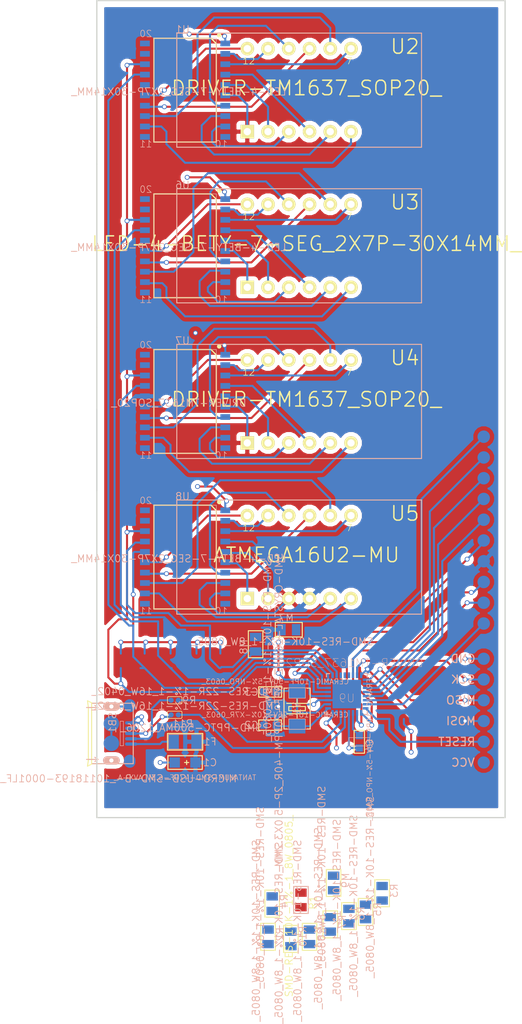
<source format=kicad_pcb>
(kicad_pcb (version 4) (host pcbnew 4.0.2-stable)
  (layers (0 F.Cu signal) (31 B.Cu signal) (34 B.Paste user) (35 F.Paste user) (36 B.SilkS user) (37 F.SilkS user) (38 B.Mask user) (39 F.Mask user) (44 Edge.Cuts user))
  (net 0 "")
  (net 1 VCC)
  (net 2 GND)
  (net 3 "Net-(C3-Pad2)")
  (net 4 "Net-(F1-Pad1)")
  (net 5 CLK)
  (net 6 DATA1)
  (net 7 DATA2)
  (net 8 DATA3)
  (net 9 DATA4)
  (net 10 D+)
  (net 11 D-)
  (net 12 A1)
  (net 13 B1)
  (net 14 C1)
  (net 15 D1)
  (net 16 E1)
  (net 17 F1)
  (net 18 G1)
  (net 19 DP1)
  (net 20 GR41)
  (net 21 GR31)
  (net 22 GR21)
  (net 23 GR11)
  (net 24 E2)
  (net 25 D2)
  (net 26 DP2)
  (net 27 C2)
  (net 28 G2)
  (net 29 GR42)
  (net 30 B2)
  (net 31 GR32)
  (net 32 GR22)
  (net 33 F2)
  (net 34 A2)
  (net 35 GR12)
  (net 36 E3)
  (net 37 D3)
  (net 38 DP3)
  (net 39 C3)
  (net 40 G3)
  (net 41 GR43)
  (net 42 B3)
  (net 43 GR33)
  (net 44 GR23)
  (net 45 F3)
  (net 46 A3)
  (net 47 GR13)
  (net 48 E4)
  (net 49 D4)
  (net 50 DP4)
  (net 51 C4)
  (net 52 G4)
  (net 53 GR44)
  (net 54 B4)
  (net 55 GR34)
  (net 56 GR24)
  (net 57 F4)
  (net 58 A4)
  (net 59 GR14)
  (net 60 "Net-(U7-Pad10)")
  (net 61 "Net-(U7-Pad11)")
  (net 62 "Net-(U7-Pad19)")
  (net 63 "Net-(U7-Pad20)")
  (net 64 "Net-(USB1-Pad4)")
  (net 65 "Net-(USB1-PadS1)")
  (net 66 "Net-(USB1-PadS2)")
  (net 67 "Net-(USB1-PadS3)")
  (net 68 "Net-(USB1-PadS5)")
  (net 69 "Net-(U9-Pad11)")
  (net 70 RESET)
  (net 71 "Net-(P1-Pad1)")
  (net 72 "Net-(P3-Pad1)")
  (net 73 "Net-(P4-Pad1)")
  (net 74 "Net-(P5-Pad1)")
  (net 75 "Net-(P6-Pad1)")
  (net 76 "Net-(P7-Pad1)")
  (net 77 "Net-(P8-Pad1)")
  (net 78 "Net-(P9-Pad1)")
  (net 79 "Net-(P10-Pad1)")
  (net 80 "Net-(C1-Pad-)")
  (net 81 CLK1)
  (net 82 CLK2)
  (net 83 CLK3)
  (net 84 CLK4)
  (net 85 "Net-(C2-Pad1)")
  (net 86 "Net-(C4-Pad2)")
  (net 87 "Net-(P2-Pad1)")
  (net 88 "Net-(R9-Pad2)")
  (net 89 "Net-(R11-Pad2)")
  (net 90 "Net-(U2-Pad10)")
  (net 91 "Net-(U2-Pad11)")
  (net 92 "Net-(U4-Pad10)")
  (net 93 "Net-(U4-Pad11)")
  (net 94 "Net-(U9-Pad10)")
  (net 95 "Net-(U9-Pad19)")
  (net 96 "Net-(U9-Pad20)")
  (module SOP20-1.27-12.7X7.65MM (layer B.Cu) (at 130.81 60.96 270)
    (fp_text reference U1 (at -7.4295 0.3175 540) (layer B.SilkS) (effects (font (size 0.889 0.889) (thickness 0.1016)) (justify mirror)))
    (fp_text value LED-4-BETY-7-SEG_2X7P-30X14MM_ (at 0.1905 0.762 360) (layer B.SilkS) (effects (font (size 0.889 0.889) (thickness 0.1016)) (justify mirror)))
    (fp_text user 20 (at -6.90626 4.81076 540) (layer B.SilkS) (effects (font (size 0.8128 0.8128) (thickness 0.0762)) (justify mirror)))
    (fp_text user 11 (at 6.5913 4.81076 540) (layer B.SilkS) (effects (font (size 0.8128 0.8128) (thickness 0.0762)) (justify mirror)))
    (fp_text user 10 (at 6.5913 -4.43484 540) (layer B.SilkS) (effects (font (size 0.8128 0.8128) (thickness 0.0762)) (justify mirror)))
    (pad 1 smd rect (at -5.715 -4.92252 270) (size 0.6985 1.19888) (layers B.Cu B.Paste B.Mask) (net 16 E1))
    (pad 2 smd rect (at -4.445 -4.92252 270) (size 0.6985 1.19888) (layers B.Cu B.Paste B.Mask) (net 15 D1))
    (pad 3 smd rect (at -3.175 -4.92252 270) (size 0.6985 1.19888) (layers B.Cu B.Paste B.Mask) (net 19 DP1))
    (pad 4 smd rect (at -1.905 -4.92252 270) (size 0.6985 1.19888) (layers B.Cu B.Paste B.Mask) (net 14 C1))
    (pad 5 smd rect (at -0.635 -4.92252 270) (size 0.6985 1.19888) (layers B.Cu B.Paste B.Mask) (net 18 G1))
    (pad 6 smd rect (at 0.635 -4.92252 270) (size 0.6985 1.19888) (layers B.Cu B.Paste B.Mask) (net 20 GR41))
    (pad 7 smd rect (at 1.905 -4.92252 270) (size 0.6985 1.19888) (layers B.Cu B.Paste B.Mask) (net 13 B1))
    (pad 8 smd rect (at 3.175 -4.92252 270) (size 0.6985 1.19888) (layers B.Cu B.Paste B.Mask) (net 21 GR31))
    (pad 9 smd rect (at 4.445 -4.92252 270) (size 0.6985 1.19888) (layers B.Cu B.Paste B.Mask) (net 22 GR21))
    (pad 10 smd rect (at 5.715 -4.92252 270) (size 0.6985 1.19888) (layers B.Cu B.Paste B.Mask) (net 17 F1))
    (pad 11 smd rect (at 5.715 4.92252 270) (size 0.6985 1.19888) (layers B.Cu B.Paste B.Mask) (net 12 A1))
    (pad 12 smd rect (at 4.445 4.92252 270) (size 0.6985 1.19888) (layers B.Cu B.Paste B.Mask) (net 23 GR11))
    (pad 13 smd rect (at 3.175 4.92252 270) (size 0.6985 1.19888) (layers B.Cu B.Paste B.Mask))
    (pad 14 smd rect (at 1.905 4.92252 270) (size 0.6985 1.19888) (layers B.Cu B.Paste B.Mask))
    (pad 15 smd rect (at 0.635 4.92252 270) (size 0.6985 1.19888) (layers B.Cu B.Paste B.Mask))
    (pad 16 smd rect (at -0.635 4.92252 270) (size 0.6985 1.19888) (layers B.Cu B.Paste B.Mask))
    (pad 17 smd rect (at -1.905 4.92252 270) (size 0.6985 1.19888) (layers B.Cu B.Paste B.Mask))
    (pad 18 smd rect (at -3.175 4.92252 270) (size 0.6985 1.19888) (layers B.Cu B.Paste B.Mask))
    (pad 19 smd rect (at -4.445 4.92252 270) (size 0.6985 1.19888) (layers B.Cu B.Paste B.Mask))
    (pad 20 smd rect (at -5.715 4.92252 270) (size 0.6985 1.19888) (layers B.Cu B.Paste B.Mask))
  )
  (module AVX-A (layer B.Cu) (at 130.81 143.256 180)
    (fp_text reference C1 (at -3.048 0 180) (layer B.SilkS) (effects (font (size 0.889 0.889) (thickness 0.1016)) (justify mirror)))
    (fp_text value TANTALUM-SMD-47UF-6.3V_AVX-A_ (at 0 -1.8415 180) (layer B.SilkS) (effects (font (size 0.635 0.635) (thickness 0.0762)) (justify mirror)))
    (pad + smd rect (at -1.27 0 180) (size 1.27 1.27) (layers B.Cu B.Paste B.Mask) (net 1 VCC))
    (pad - smd rect (at 1.27 0) (size 1.27 1.27) (layers B.Cu B.Paste B.Mask) (net 80 "Net-(C1-Pad-)"))
  )
  (module C0603 (layer B.Cu) (at 141.224 138.684 270)
    (fp_text reference C2 (at 0 2.286 360) (layer B.SilkS) (effects (font (size 0.889 0.889) (thickness 0.1016)) (justify mirror)))
    (fp_text value CERAMIC-1UF-25V-10%-X7R_0603_ (at -1.27 -0.635 360) (layer B.SilkS) (effects (font (size 0.635 0.635) (thickness 0.0762)) (justify mirror)))
    (pad 1 smd rect (at 0 0.762) (size 0.889 0.889) (layers B.Cu B.Paste B.Mask) (net 85 "Net-(C2-Pad1)"))
    (pad 2 smd rect (at 0 -0.762) (size 0.889 0.889) (layers B.Cu B.Paste B.Mask) (net 2 GND))
  )
  (module C0603 (layer B.Cu) (at 141.224 134.62 270)
    (fp_text reference C3 (at 0 2.286 360) (layer B.SilkS) (effects (font (size 0.889 0.889) (thickness 0.1016)) (justify mirror)))
    (fp_text value CERAMIC-10PF-50V-5%-NPO_0603_ (at -1.27 -0.635 360) (layer B.SilkS) (effects (font (size 0.635 0.635) (thickness 0.0762)) (justify mirror)))
    (pad 1 smd rect (at 0 0.762) (size 0.889 0.889) (layers B.Cu B.Paste B.Mask) (net 2 GND))
    (pad 2 smd rect (at 0 -0.762) (size 0.889 0.889) (layers B.Cu B.Paste B.Mask) (net 3 "Net-(C3-Pad2)"))
  )
  (module C0603 (layer B.Cu) (at 152.146 140.716 180)
    (fp_text reference C4 (at -1.27 -0.508 270) (layer B.SilkS) (effects (font (size 0.889 0.889) (thickness 0.1016)) (justify mirror)))
    (fp_text value CERAMIC-10PF-50V-5%-NPO_0603_ (at -1.27 -0.635 270) (layer B.SilkS) (effects (font (size 0.635 0.635) (thickness 0.0762)) (justify mirror)))
    (pad 1 smd rect (at 0 0.762 270) (size 0.889 0.889) (layers B.Cu B.Paste B.Mask) (net 2 GND))
    (pad 2 smd rect (at 0 -0.762 270) (size 0.889 0.889) (layers B.Cu B.Paste B.Mask) (net 86 "Net-(C4-Pad2)"))
  )
  (module F1206 (layer B.Cu) (at 130.81 140.716)
    (fp_text reference F1 (at 3.048 0) (layer B.SilkS) (effects (font (size 0.889 0.889) (thickness 0.1016)) (justify mirror)))
    (fp_text value SMD-PPTC-500MA_1206_ (at 0.762 -1.7145) (layer B.SilkS) (effects (font (size 0.889 0.889) (thickness 0.1016)) (justify mirror)))
    (pad 1 smd rect (at -1.397 0) (size 1.27 1.778) (layers B.Cu B.Paste B.Mask) (net 4 "Net-(F1-Pad1)"))
    (pad 2 smd rect (at 1.397 0) (size 1.27 1.778) (layers B.Cu B.Paste B.Mask) (net 1 VCC))
  )
  (module LCD12-2.54-30.0X14.0X7.3MM (layer F.Cu) (at 144.78 60.96)
    (fp_text reference U2 (at 12.954 -5.334) (layer F.SilkS) (effects (font (size 1.778 1.778) (thickness 0.1778))))
    (fp_text value DRIVER-TM1637_SOP20_ (at 0.889 -0.254) (layer F.SilkS) (effects (font (size 1.778 1.778) (thickness 0.1778))))
    (fp_text user 7 (at 6.1214 -3.57886) (layer F.SilkS) (effects (font (size 0.8128 0.8128) (thickness 0.0762))))
    (fp_text user 12 (at -6.1722 -3.57886) (layer F.SilkS) (effects (font (size 0.8128 0.8128) (thickness 0.0762))))
    (pad 1 thru_hole rect (at -6.35 5.08) (size 1.651 1.651) (drill 0.889) (layers *.Cu F.Paste F.SilkS F.Mask) (net 2 GND))
    (pad 2 thru_hole circle (at -3.81 5.08) (size 1.651 1.651) (drill 0.889) (layers *.Cu F.Paste F.SilkS F.Mask) (net 12 A1))
    (pad 3 thru_hole circle (at -1.27 5.08) (size 1.651 1.651) (drill 0.889) (layers *.Cu F.Paste F.SilkS F.Mask) (net 13 B1))
    (pad 4 thru_hole circle (at 1.27 5.08) (size 1.651 1.651) (drill 0.889) (layers *.Cu F.Paste F.SilkS F.Mask) (net 14 C1))
    (pad 5 thru_hole circle (at 3.81 5.08) (size 1.651 1.651) (drill 0.889) (layers *.Cu F.Paste F.SilkS F.Mask) (net 15 D1))
    (pad 6 thru_hole circle (at 6.35 5.08) (size 1.651 1.651) (drill 0.889) (layers *.Cu F.Paste F.SilkS F.Mask) (net 16 E1))
    (pad 7 thru_hole circle (at 6.35 -5.08) (size 1.651 1.651) (drill 0.889) (layers *.Cu F.Paste F.SilkS F.Mask) (net 17 F1))
    (pad 8 thru_hole circle (at 3.81 -5.08) (size 1.651 1.651) (drill 0.889) (layers *.Cu F.Paste F.SilkS F.Mask) (net 18 G1))
    (pad 9 thru_hole circle (at 1.27 -5.08) (size 1.651 1.651) (drill 0.889) (layers *.Cu F.Paste F.SilkS F.Mask) (net 19 DP1))
    (pad 10 thru_hole circle (at -1.27 -5.08) (size 1.651 1.651) (drill 0.889) (layers *.Cu F.Paste F.SilkS F.Mask) (net 90 "Net-(U2-Pad10)"))
    (pad 11 thru_hole circle (at -3.81 -5.08) (size 1.651 1.651) (drill 0.889) (layers *.Cu F.Paste F.SilkS F.Mask) (net 91 "Net-(U2-Pad11)"))
    (pad 12 thru_hole circle (at -6.35 -5.08) (size 1.651 1.651) (drill 0.889) (layers *.Cu F.Paste F.SilkS F.Mask) (net 20 GR41))
  )
  (module LCD12-2.54-30.0X14.0X7.3MM (layer F.Cu) (at 144.78 80.01)
    (fp_text reference U3 (at 12.954 -5.334) (layer F.SilkS) (effects (font (size 1.778 1.778) (thickness 0.1778))))
    (fp_text value LED-4-BETY-7-SEG_2X7P-30X14MM_ (at 0.889 -0.254) (layer F.SilkS) (effects (font (size 1.778 1.778) (thickness 0.1778))))
    (fp_text user 7 (at 6.1214 -3.57886) (layer F.SilkS) (effects (font (size 0.8128 0.8128) (thickness 0.0762))))
    (fp_text user 12 (at -6.1722 -3.57886) (layer F.SilkS) (effects (font (size 0.8128 0.8128) (thickness 0.0762))))
    (pad 1 thru_hole rect (at -6.35 5.08) (size 1.651 1.651) (drill 0.889) (layers *.Cu F.Paste F.SilkS F.Mask) (net 24 E2))
    (pad 2 thru_hole circle (at -3.81 5.08) (size 1.651 1.651) (drill 0.889) (layers *.Cu F.Paste F.SilkS F.Mask) (net 25 D2))
    (pad 3 thru_hole circle (at -1.27 5.08) (size 1.651 1.651) (drill 0.889) (layers *.Cu F.Paste F.SilkS F.Mask) (net 26 DP2))
    (pad 4 thru_hole circle (at 1.27 5.08) (size 1.651 1.651) (drill 0.889) (layers *.Cu F.Paste F.SilkS F.Mask) (net 27 C2))
    (pad 5 thru_hole circle (at 3.81 5.08) (size 1.651 1.651) (drill 0.889) (layers *.Cu F.Paste F.SilkS F.Mask) (net 28 G2))
    (pad 6 thru_hole circle (at 6.35 5.08) (size 1.651 1.651) (drill 0.889) (layers *.Cu F.Paste F.SilkS F.Mask) (net 29 GR42))
    (pad 7 thru_hole circle (at 6.35 -5.08) (size 1.651 1.651) (drill 0.889) (layers *.Cu F.Paste F.SilkS F.Mask) (net 30 B2))
    (pad 8 thru_hole circle (at 3.81 -5.08) (size 1.651 1.651) (drill 0.889) (layers *.Cu F.Paste F.SilkS F.Mask) (net 31 GR32))
    (pad 9 thru_hole circle (at 1.27 -5.08) (size 1.651 1.651) (drill 0.889) (layers *.Cu F.Paste F.SilkS F.Mask) (net 32 GR22))
    (pad 10 thru_hole circle (at -1.27 -5.08) (size 1.651 1.651) (drill 0.889) (layers *.Cu F.Paste F.SilkS F.Mask) (net 33 F2))
    (pad 11 thru_hole circle (at -3.81 -5.08) (size 1.651 1.651) (drill 0.889) (layers *.Cu F.Paste F.SilkS F.Mask) (net 34 A2))
    (pad 12 thru_hole circle (at -6.35 -5.08) (size 1.651 1.651) (drill 0.889) (layers *.Cu F.Paste F.SilkS F.Mask) (net 35 GR12))
  )
  (module LCD12-2.54-30.0X14.0X7.3MM (layer F.Cu) (at 144.78 99.06)
    (fp_text reference U4 (at 12.954 -5.334) (layer F.SilkS) (effects (font (size 1.778 1.778) (thickness 0.1778))))
    (fp_text value DRIVER-TM1637_SOP20_ (at 0.889 -0.254) (layer F.SilkS) (effects (font (size 1.778 1.778) (thickness 0.1778))))
    (fp_text user 7 (at 6.1214 -3.57886) (layer F.SilkS) (effects (font (size 0.8128 0.8128) (thickness 0.0762))))
    (fp_text user 12 (at -6.1722 -3.57886) (layer F.SilkS) (effects (font (size 0.8128 0.8128) (thickness 0.0762))))
    (pad 1 thru_hole rect (at -6.35 5.08) (size 1.651 1.651) (drill 0.889) (layers *.Cu F.Paste F.SilkS F.Mask) (net 2 GND))
    (pad 2 thru_hole circle (at -3.81 5.08) (size 1.651 1.651) (drill 0.889) (layers *.Cu F.Paste F.SilkS F.Mask) (net 34 A2))
    (pad 3 thru_hole circle (at -1.27 5.08) (size 1.651 1.651) (drill 0.889) (layers *.Cu F.Paste F.SilkS F.Mask) (net 30 B2))
    (pad 4 thru_hole circle (at 1.27 5.08) (size 1.651 1.651) (drill 0.889) (layers *.Cu F.Paste F.SilkS F.Mask) (net 27 C2))
    (pad 5 thru_hole circle (at 3.81 5.08) (size 1.651 1.651) (drill 0.889) (layers *.Cu F.Paste F.SilkS F.Mask) (net 25 D2))
    (pad 6 thru_hole circle (at 6.35 5.08) (size 1.651 1.651) (drill 0.889) (layers *.Cu F.Paste F.SilkS F.Mask) (net 24 E2))
    (pad 7 thru_hole circle (at 6.35 -5.08) (size 1.651 1.651) (drill 0.889) (layers *.Cu F.Paste F.SilkS F.Mask) (net 33 F2))
    (pad 8 thru_hole circle (at 3.81 -5.08) (size 1.651 1.651) (drill 0.889) (layers *.Cu F.Paste F.SilkS F.Mask) (net 28 G2))
    (pad 9 thru_hole circle (at 1.27 -5.08) (size 1.651 1.651) (drill 0.889) (layers *.Cu F.Paste F.SilkS F.Mask) (net 26 DP2))
    (pad 10 thru_hole circle (at -1.27 -5.08) (size 1.651 1.651) (drill 0.889) (layers *.Cu F.Paste F.SilkS F.Mask) (net 92 "Net-(U4-Pad10)"))
    (pad 11 thru_hole circle (at -3.81 -5.08) (size 1.651 1.651) (drill 0.889) (layers *.Cu F.Paste F.SilkS F.Mask) (net 93 "Net-(U4-Pad11)"))
    (pad 12 thru_hole circle (at -6.35 -5.08) (size 1.651 1.651) (drill 0.889) (layers *.Cu F.Paste F.SilkS F.Mask) (net 29 GR42))
  )
  (module LCD12-2.54-30.0X14.0X7.3MM (layer F.Cu) (at 144.78 118.11)
    (fp_text reference U5 (at 12.954 -5.334) (layer F.SilkS) (effects (font (size 1.778 1.778) (thickness 0.1778))))
    (fp_text value ATMEGA16U2-MU (at 0.889 -0.254) (layer F.SilkS) (effects (font (size 1.778 1.778) (thickness 0.1778))))
    (fp_text user 7 (at 6.1214 -3.57886) (layer F.SilkS) (effects (font (size 0.8128 0.8128) (thickness 0.0762))))
    (fp_text user 12 (at -6.1722 -3.57886) (layer F.SilkS) (effects (font (size 0.8128 0.8128) (thickness 0.0762))))
    (pad 1 thru_hole rect (at -6.35 5.08) (size 1.651 1.651) (drill 0.889) (layers *.Cu F.Paste F.SilkS F.Mask) (net 3 "Net-(C3-Pad2)"))
    (pad 2 thru_hole circle (at -3.81 5.08) (size 1.651 1.651) (drill 0.889) (layers *.Cu F.Paste F.SilkS F.Mask) (net 86 "Net-(C4-Pad2)"))
    (pad 3 thru_hole circle (at -1.27 5.08) (size 1.651 1.651) (drill 0.889) (layers *.Cu F.Paste F.SilkS F.Mask) (net 2 GND))
    (pad 4 thru_hole circle (at 1.27 5.08) (size 1.651 1.651) (drill 0.889) (layers *.Cu F.Paste F.SilkS F.Mask) (net 1 VCC))
    (pad 5 thru_hole circle (at 3.81 5.08) (size 1.651 1.651) (drill 0.889) (layers *.Cu F.Paste F.SilkS F.Mask) (net 75 "Net-(P6-Pad1)"))
    (pad 6 thru_hole circle (at 6.35 5.08) (size 1.651 1.651) (drill 0.889) (layers *.Cu F.Paste F.SilkS F.Mask) (net 81 CLK1))
    (pad 7 thru_hole circle (at 6.35 -5.08) (size 1.651 1.651) (drill 0.889) (layers *.Cu F.Paste F.SilkS F.Mask) (net 82 CLK2))
    (pad 8 thru_hole circle (at 3.81 -5.08) (size 1.651 1.651) (drill 0.889) (layers *.Cu F.Paste F.SilkS F.Mask) (net 83 CLK3))
    (pad 9 thru_hole circle (at 1.27 -5.08) (size 1.651 1.651) (drill 0.889) (layers *.Cu F.Paste F.SilkS F.Mask) (net 84 CLK4))
    (pad 10 thru_hole circle (at -1.27 -5.08) (size 1.651 1.651) (drill 0.889) (layers *.Cu F.Paste F.SilkS F.Mask) (net 6 DATA1))
    (pad 11 thru_hole circle (at -3.81 -5.08) (size 1.651 1.651) (drill 0.889) (layers *.Cu F.Paste F.SilkS F.Mask) (net 7 DATA2))
    (pad 12 thru_hole circle (at -6.35 -5.08) (size 1.651 1.651) (drill 0.889) (layers *.Cu F.Paste F.SilkS F.Mask) (net 8 DATA3))
  )
  (module Seeed-IC-2016:SOP20-1.27-12.7X7.65MM (layer B.Cu) (at 130.81 80.01 270)
    (fp_text reference U6 (at -7.4295 0.3175 540) (layer B.SilkS) (effects (font (size 0.889 0.889) (thickness 0.1016)) (justify mirror)))
    (fp_text value LED-4-BETY-7-SEG_2X7P-30X14MM_ (at 0.1905 0.762 540) (layer B.SilkS) (effects (font (size 0.889 0.889) (thickness 0.1016)) (justify mirror)))
    (fp_text user 20 (at -6.90626 4.81076 540) (layer B.SilkS) (effects (font (size 0.8128 0.8128) (thickness 0.0762)) (justify mirror)))
    (fp_text user 11 (at 6.5913 4.81076 540) (layer B.SilkS) (effects (font (size 0.8128 0.8128) (thickness 0.0762)) (justify mirror)))
    (fp_text user 10 (at 6.5913 -4.43484 540) (layer B.SilkS) (effects (font (size 0.8128 0.8128) (thickness 0.0762)) (justify mirror)))
    (pad 1 smd rect (at -5.715 -4.92252 270) (size 0.6985 1.19888) (layers B.Cu B.Paste B.Mask) (net 36 E3))
    (pad 2 smd rect (at -4.445 -4.92252 270) (size 0.6985 1.19888) (layers B.Cu B.Paste B.Mask) (net 37 D3))
    (pad 3 smd rect (at -3.175 -4.92252 270) (size 0.6985 1.19888) (layers B.Cu B.Paste B.Mask) (net 38 DP3))
    (pad 4 smd rect (at -1.905 -4.92252 270) (size 0.6985 1.19888) (layers B.Cu B.Paste B.Mask) (net 39 C3))
    (pad 5 smd rect (at -0.635 -4.92252 270) (size 0.6985 1.19888) (layers B.Cu B.Paste B.Mask) (net 40 G3))
    (pad 6 smd rect (at 0.635 -4.92252 270) (size 0.6985 1.19888) (layers B.Cu B.Paste B.Mask) (net 41 GR43))
    (pad 7 smd rect (at 1.905 -4.92252 270) (size 0.6985 1.19888) (layers B.Cu B.Paste B.Mask) (net 42 B3))
    (pad 8 smd rect (at 3.175 -4.92252 270) (size 0.6985 1.19888) (layers B.Cu B.Paste B.Mask) (net 43 GR33))
    (pad 9 smd rect (at 4.445 -4.92252 270) (size 0.6985 1.19888) (layers B.Cu B.Paste B.Mask) (net 44 GR23))
    (pad 10 smd rect (at 5.715 -4.92252 270) (size 0.6985 1.19888) (layers B.Cu B.Paste B.Mask) (net 45 F3))
    (pad 11 smd rect (at 5.715 4.92252 270) (size 0.6985 1.19888) (layers B.Cu B.Paste B.Mask) (net 46 A3))
    (pad 12 smd rect (at 4.445 4.92252 270) (size 0.6985 1.19888) (layers B.Cu B.Paste B.Mask) (net 47 GR13))
    (pad 13 smd rect (at 3.175 4.92252 270) (size 0.6985 1.19888) (layers B.Cu B.Paste B.Mask))
    (pad 14 smd rect (at 1.905 4.92252 270) (size 0.6985 1.19888) (layers B.Cu B.Paste B.Mask))
    (pad 15 smd rect (at 0.635 4.92252 270) (size 0.6985 1.19888) (layers B.Cu B.Paste B.Mask))
    (pad 16 smd rect (at -0.635 4.92252 270) (size 0.6985 1.19888) (layers B.Cu B.Paste B.Mask))
    (pad 17 smd rect (at -1.905 4.92252 270) (size 0.6985 1.19888) (layers B.Cu B.Paste B.Mask))
    (pad 18 smd rect (at -3.175 4.92252 270) (size 0.6985 1.19888) (layers B.Cu B.Paste B.Mask))
    (pad 19 smd rect (at -4.445 4.92252 270) (size 0.6985 1.19888) (layers B.Cu B.Paste B.Mask))
    (pad 20 smd rect (at -5.715 4.92252 270) (size 0.6985 1.19888) (layers B.Cu B.Paste B.Mask))
  )
  (module Seeed-IC-2016:SOP20-1.27-12.7X7.65MM (layer B.Cu) (at 130.81 99.06 270)
    (fp_text reference U7 (at -7.4295 0.3175 540) (layer B.SilkS) (effects (font (size 0.889 0.889) (thickness 0.1016)) (justify mirror)))
    (fp_text value DRIVER-TM1637_SOP20_ (at 0.1905 0.762 540) (layer B.SilkS) (effects (font (size 0.889 0.889) (thickness 0.1016)) (justify mirror)))
    (fp_text user 20 (at -6.90626 4.81076 540) (layer B.SilkS) (effects (font (size 0.8128 0.8128) (thickness 0.0762)) (justify mirror)))
    (fp_text user 11 (at 6.5913 4.81076 540) (layer B.SilkS) (effects (font (size 0.8128 0.8128) (thickness 0.0762)) (justify mirror)))
    (fp_text user 10 (at 6.5913 -4.43484 540) (layer B.SilkS) (effects (font (size 0.8128 0.8128) (thickness 0.0762)) (justify mirror)))
    (pad 1 smd rect (at -5.715 -4.92252 270) (size 0.6985 1.19888) (layers B.Cu B.Paste B.Mask) (net 2 GND))
    (pad 2 smd rect (at -4.445 -4.92252 270) (size 0.6985 1.19888) (layers B.Cu B.Paste B.Mask) (net 46 A3))
    (pad 3 smd rect (at -3.175 -4.92252 270) (size 0.6985 1.19888) (layers B.Cu B.Paste B.Mask) (net 42 B3))
    (pad 4 smd rect (at -1.905 -4.92252 270) (size 0.6985 1.19888) (layers B.Cu B.Paste B.Mask) (net 39 C3))
    (pad 5 smd rect (at -0.635 -4.92252 270) (size 0.6985 1.19888) (layers B.Cu B.Paste B.Mask) (net 37 D3))
    (pad 6 smd rect (at 0.635 -4.92252 270) (size 0.6985 1.19888) (layers B.Cu B.Paste B.Mask) (net 36 E3))
    (pad 7 smd rect (at 1.905 -4.92252 270) (size 0.6985 1.19888) (layers B.Cu B.Paste B.Mask) (net 45 F3))
    (pad 8 smd rect (at 3.175 -4.92252 270) (size 0.6985 1.19888) (layers B.Cu B.Paste B.Mask) (net 40 G3))
    (pad 9 smd rect (at 4.445 -4.92252 270) (size 0.6985 1.19888) (layers B.Cu B.Paste B.Mask) (net 38 DP3))
    (pad 10 smd rect (at 5.715 -4.92252 270) (size 0.6985 1.19888) (layers B.Cu B.Paste B.Mask) (net 60 "Net-(U7-Pad10)"))
    (pad 11 smd rect (at 5.715 4.92252 270) (size 0.6985 1.19888) (layers B.Cu B.Paste B.Mask) (net 61 "Net-(U7-Pad11)"))
    (pad 12 smd rect (at 4.445 4.92252 270) (size 0.6985 1.19888) (layers B.Cu B.Paste B.Mask) (net 41 GR43))
    (pad 13 smd rect (at 3.175 4.92252 270) (size 0.6985 1.19888) (layers B.Cu B.Paste B.Mask) (net 43 GR33))
    (pad 14 smd rect (at 1.905 4.92252 270) (size 0.6985 1.19888) (layers B.Cu B.Paste B.Mask) (net 44 GR23))
    (pad 15 smd rect (at 0.635 4.92252 270) (size 0.6985 1.19888) (layers B.Cu B.Paste B.Mask) (net 47 GR13))
    (pad 16 smd rect (at -0.635 4.92252 270) (size 0.6985 1.19888) (layers B.Cu B.Paste B.Mask) (net 1 VCC))
    (pad 17 smd rect (at -1.905 4.92252 270) (size 0.6985 1.19888) (layers B.Cu B.Paste B.Mask) (net 8 DATA3))
    (pad 18 smd rect (at -3.175 4.92252 270) (size 0.6985 1.19888) (layers B.Cu B.Paste B.Mask) (net 5 CLK))
    (pad 19 smd rect (at -4.445 4.92252 270) (size 0.6985 1.19888) (layers B.Cu B.Paste B.Mask) (net 62 "Net-(U7-Pad19)"))
    (pad 20 smd rect (at -5.715 4.92252 270) (size 0.6985 1.19888) (layers B.Cu B.Paste B.Mask) (net 63 "Net-(U7-Pad20)"))
  )
  (module Seeed-IC-2016:SOP20-1.27-12.7X7.65MM (layer B.Cu) (at 130.81 118.11 270)
    (fp_text reference U8 (at -7.4295 0.3175 540) (layer B.SilkS) (effects (font (size 0.889 0.889) (thickness 0.1016)) (justify mirror)))
    (fp_text value LED-4-BETY-7-SEG_2X7P-30X14MM_ (at 0.1905 0.762 540) (layer B.SilkS) (effects (font (size 0.889 0.889) (thickness 0.1016)) (justify mirror)))
    (fp_text user 20 (at -6.90626 4.81076 540) (layer B.SilkS) (effects (font (size 0.8128 0.8128) (thickness 0.0762)) (justify mirror)))
    (fp_text user 11 (at 6.5913 4.81076 540) (layer B.SilkS) (effects (font (size 0.8128 0.8128) (thickness 0.0762)) (justify mirror)))
    (fp_text user 10 (at 6.5913 -4.43484 540) (layer B.SilkS) (effects (font (size 0.8128 0.8128) (thickness 0.0762)) (justify mirror)))
    (pad 1 smd rect (at -5.715 -4.92252 270) (size 0.6985 1.19888) (layers B.Cu B.Paste B.Mask) (net 48 E4))
    (pad 2 smd rect (at -4.445 -4.92252 270) (size 0.6985 1.19888) (layers B.Cu B.Paste B.Mask) (net 49 D4))
    (pad 3 smd rect (at -3.175 -4.92252 270) (size 0.6985 1.19888) (layers B.Cu B.Paste B.Mask) (net 50 DP4))
    (pad 4 smd rect (at -1.905 -4.92252 270) (size 0.6985 1.19888) (layers B.Cu B.Paste B.Mask) (net 51 C4))
    (pad 5 smd rect (at -0.635 -4.92252 270) (size 0.6985 1.19888) (layers B.Cu B.Paste B.Mask) (net 52 G4))
    (pad 6 smd rect (at 0.635 -4.92252 270) (size 0.6985 1.19888) (layers B.Cu B.Paste B.Mask) (net 53 GR44))
    (pad 7 smd rect (at 1.905 -4.92252 270) (size 0.6985 1.19888) (layers B.Cu B.Paste B.Mask) (net 54 B4))
    (pad 8 smd rect (at 3.175 -4.92252 270) (size 0.6985 1.19888) (layers B.Cu B.Paste B.Mask) (net 55 GR34))
    (pad 9 smd rect (at 4.445 -4.92252 270) (size 0.6985 1.19888) (layers B.Cu B.Paste B.Mask) (net 56 GR24))
    (pad 10 smd rect (at 5.715 -4.92252 270) (size 0.6985 1.19888) (layers B.Cu B.Paste B.Mask) (net 57 F4))
    (pad 11 smd rect (at 5.715 4.92252 270) (size 0.6985 1.19888) (layers B.Cu B.Paste B.Mask) (net 58 A4))
    (pad 12 smd rect (at 4.445 4.92252 270) (size 0.6985 1.19888) (layers B.Cu B.Paste B.Mask) (net 59 GR14))
    (pad 13 smd rect (at 3.175 4.92252 270) (size 0.6985 1.19888) (layers B.Cu B.Paste B.Mask))
    (pad 14 smd rect (at 1.905 4.92252 270) (size 0.6985 1.19888) (layers B.Cu B.Paste B.Mask))
    (pad 15 smd rect (at 0.635 4.92252 270) (size 0.6985 1.19888) (layers B.Cu B.Paste B.Mask))
    (pad 16 smd rect (at -0.635 4.92252 270) (size 0.6985 1.19888) (layers B.Cu B.Paste B.Mask))
    (pad 17 smd rect (at -1.905 4.92252 270) (size 0.6985 1.19888) (layers B.Cu B.Paste B.Mask))
    (pad 18 smd rect (at -3.175 4.92252 270) (size 0.6985 1.19888) (layers B.Cu B.Paste B.Mask))
    (pad 19 smd rect (at -4.445 4.92252 270) (size 0.6985 1.19888) (layers B.Cu B.Paste B.Mask))
    (pad 20 smd rect (at -5.715 4.92252 270) (size 0.6985 1.19888) (layers B.Cu B.Paste B.Mask))
  )
  (module MICRO-USB5+6P-SMD-0.65-B (layer B.Cu) (at 124.46 139.7 90)
    (fp_text reference USB1 (at 1.778 -2.54 90) (layer B.SilkS) (effects (font (size 0.889 0.889) (thickness 0.1016)) (justify mirror)))
    (fp_text value MICRO-USB-SMD-B-_10118193-0001LF_ (at -5.5245 -1.778 360) (layer B.SilkS) (effects (font (size 0.889 0.889) (thickness 0.1016)) (justify mirror)))
    (pad 1 smd oval (at -1.29794 -0.24892 270) (size 0.39878 1.4986) (layers B.Cu B.Paste B.Mask) (net 4 "Net-(F1-Pad1)"))
    (pad 2 smd oval (at -0.6477 -0.24892 270) (size 0.39878 1.4986) (layers B.Cu B.Paste B.Mask) (net 11 D-))
    (pad 3 smd oval (at 0 -0.24892 270) (size 0.39878 1.4986) (layers B.Cu B.Paste B.Mask) (net 10 D+))
    (pad 4 smd oval (at 0.6477 -0.24892 270) (size 0.39878 1.4986) (layers B.Cu B.Paste B.Mask) (net 64 "Net-(USB1-Pad4)"))
    (pad 5 smd oval (at 1.29794 -0.24892 270) (size 0.39878 1.4986) (layers B.Cu B.Paste B.Mask) (net 80 "Net-(C1-Pad-)"))
    (pad S1 smd oval (at -3.39852 -0.42672) (size 1.39954 1.59766) (layers B.Cu B.Paste B.Mask) (net 65 "Net-(USB1-PadS1)"))
    (pad S2 thru_hole oval (at -3.29946 -2.67462 270) (size 1.016 2.032) (drill 0.508) (layers *.Cu B.Paste B.SilkS B.Mask) (net 66 "Net-(USB1-PadS2)"))
    (pad S3 smd circle (at -1.19888 -2.67462 90) (size 1.89992 1.89992) (layers B.Cu B.Paste B.Mask) (net 67 "Net-(USB1-PadS3)"))
    (pad S4 smd circle (at 1.19888 -2.67462 90) (size 1.89992 1.89992) (layers B.Cu B.Paste B.Mask) (net 67 "Net-(USB1-PadS3)"))
    (pad S5 thru_hole oval (at 3.29946 -2.67462 270) (size 1.016 2.032) (drill 0.508) (layers *.Cu B.Paste B.SilkS B.Mask) (net 68 "Net-(USB1-PadS5)"))
    (pad S6 smd oval (at 3.39852 -0.42672) (size 1.39954 1.59766) (layers B.Cu B.Paste B.Mask) (net 68 "Net-(USB1-PadS5)"))
  )
  (module X2-SMD-5.0X3.2X1.3MM (layer B.Cu) (at 144.526 136.652 90)
    (fp_text reference Y1 (at 0 0 90) (layer B.SilkS) (effects (font (size 0.889 0.889) (thickness 0.1016)) (justify mirror)))
    (fp_text value SMD-CRYSTAL-16MHZ-8PF-20PPM-40R_2P-5.0X3.2MM_ (at -0.508 -2.2225 90) (layer B.SilkS) (effects (font (size 0.889 0.889) (thickness 0.1016)) (justify mirror)))
    (pad 1 smd rect (at -2.159 0 90) (size 1.778 2.032) (layers B.Cu B.Paste B.Mask) (net 3 "Net-(C3-Pad2)"))
    (pad 2 smd rect (at 2.159 0 90) (size 1.778 2.032) (layers B.Cu B.Paste B.Mask) (net 86 "Net-(C4-Pad2)"))
  )
  (module ATMEGA16U2-MU:QFN50P500X500X100-33N (layer B.Cu) (at 150.622 134.874)
    (fp_text reference U9 (at 0 0.508) (layer B.SilkS) (effects (font (thickness 0.05)) (justify mirror)))
    (fp_text value DRIVER-TM1637_SOP20_ (at 0.07579 -3.81391) (layer B.SilkS) (effects (font (thickness 0.05)) (justify mirror)))
    (pad 1 smd rect (at -2.3 1.75) (size 0.7 0.3) (layers B.Cu B.Paste B.Mask) (net 2 GND))
    (pad 2 smd rect (at -2.3 1.25) (size 0.7 0.3) (layers B.Cu B.Paste B.Mask) (net 58 A4))
    (pad 3 smd rect (at -2.3 0.75) (size 0.7 0.3) (layers B.Cu B.Paste B.Mask) (net 54 B4))
    (pad 4 smd rect (at -2.3 0.25) (size 0.7 0.3) (layers B.Cu B.Paste B.Mask) (net 51 C4))
    (pad 5 smd rect (at -2.3 -0.25) (size 0.7 0.3) (layers B.Cu B.Paste B.Mask) (net 49 D4))
    (pad 6 smd rect (at -2.3 -0.75) (size 0.7 0.3) (layers B.Cu B.Paste B.Mask) (net 48 E4))
    (pad 7 smd rect (at -2.3 -1.25) (size 0.7 0.3) (layers B.Cu B.Paste B.Mask) (net 57 F4))
    (pad 8 smd rect (at -2.3 -1.75) (size 0.7 0.3) (layers B.Cu B.Paste B.Mask) (net 52 G4))
    (pad 9 smd rect (at -1.75 -2.3 270) (size 0.7 0.3) (layers B.Cu B.Paste B.Mask) (net 50 DP4))
    (pad 10 smd rect (at -1.25 -2.3 270) (size 0.7 0.3) (layers B.Cu B.Paste B.Mask) (net 94 "Net-(U9-Pad10)"))
    (pad 11 smd rect (at -0.75 -2.3 270) (size 0.7 0.3) (layers B.Cu B.Paste B.Mask) (net 69 "Net-(U9-Pad11)"))
    (pad 12 smd rect (at -0.25 -2.3 270) (size 0.7 0.3) (layers B.Cu B.Paste B.Mask) (net 53 GR44))
    (pad 13 smd rect (at 0.25 -2.3 270) (size 0.7 0.3) (layers B.Cu B.Paste B.Mask) (net 55 GR34))
    (pad 14 smd rect (at 0.75 -2.3 270) (size 0.7 0.3) (layers B.Cu B.Paste B.Mask) (net 56 GR24))
    (pad 15 smd rect (at 1.25 -2.3 270) (size 0.7 0.3) (layers B.Cu B.Paste B.Mask) (net 59 GR14))
    (pad 16 smd rect (at 1.75 -2.3 270) (size 0.7 0.3) (layers B.Cu B.Paste B.Mask) (net 1 VCC))
    (pad 17 smd rect (at 2.3 -1.75 180) (size 0.7 0.3) (layers B.Cu B.Paste B.Mask) (net 9 DATA4))
    (pad 18 smd rect (at 2.3 -1.25 180) (size 0.7 0.3) (layers B.Cu B.Paste B.Mask) (net 5 CLK))
    (pad 19 smd rect (at 2.3 -0.75 180) (size 0.7 0.3) (layers B.Cu B.Paste B.Mask) (net 95 "Net-(U9-Pad19)"))
    (pad 20 smd rect (at 2.3 -0.25 180) (size 0.7 0.3) (layers B.Cu B.Paste B.Mask) (net 96 "Net-(U9-Pad20)"))
    (pad 21 smd rect (at 2.3 0.25 180) (size 0.7 0.3) (layers B.Cu B.Paste B.Mask))
    (pad 22 smd rect (at 2.3 0.75 180) (size 0.7 0.3) (layers B.Cu B.Paste B.Mask))
    (pad 23 smd rect (at 2.3 1.25 180) (size 0.7 0.3) (layers B.Cu B.Paste B.Mask))
    (pad 24 smd rect (at 2.3 1.75 180) (size 0.7 0.3) (layers B.Cu B.Paste B.Mask))
    (pad 25 smd rect (at 1.75 2.3 90) (size 0.7 0.3) (layers B.Cu B.Paste B.Mask))
    (pad 26 smd rect (at 1.25 2.3 90) (size 0.7 0.3) (layers B.Cu B.Paste B.Mask))
    (pad 27 smd rect (at 0.75 2.3 90) (size 0.7 0.3) (layers B.Cu B.Paste B.Mask))
    (pad 28 smd rect (at 0.25 2.3 90) (size 0.7 0.3) (layers B.Cu B.Paste B.Mask))
    (pad 29 smd rect (at -0.25 2.3 90) (size 0.7 0.3) (layers B.Cu B.Paste B.Mask))
    (pad 30 smd rect (at -0.75 2.3 90) (size 0.7 0.3) (layers B.Cu B.Paste B.Mask))
    (pad 31 smd rect (at -1.25 2.3 90) (size 0.7 0.3) (layers B.Cu B.Paste B.Mask))
    (pad 32 smd rect (at -1.75 2.3 90) (size 0.7 0.3) (layers B.Cu B.Paste B.Mask))
    (pad 33 smd rect (at 0 0) (size 3.5 3.5) (layers B.Cu B.Paste B.Mask))
  )
  (module Homebrew:ProgrammingPad (layer F.Cu) (at 164.846 135.636 270)
    (fp_text reference P2 hide)
    (fp_text value Pad hide)
    (fp_text user GND (at -5.08 0 540) (layer B.SilkS) (effects (justify mirror)))
    (fp_text user SCK (at -2.54 0 540) (layer B.SilkS) (effects (justify mirror)))
    (fp_text user MISO (at 0 0.254 540) (layer B.SilkS) (effects (justify mirror)))
    (fp_text user MOSI (at 2.54 0.254 540) (layer B.SilkS) (effects (justify mirror)))
    (fp_text user RESET (at 5.08 0.762 540) (layer B.SilkS) (effects (justify mirror)))
    (fp_text user VCC (at 7.62 0 540) (layer B.SilkS) (effects (justify mirror)))
    (pad 1 connect circle (at 7.62 -2.54 90) (size 1.5 1.5) (layers B.Cu) (net 87 "Net-(P2-Pad1)"))
    (pad 2 connect circle (at 5.08 -2.54 90) (size 1.5 1.5) (layers B.Cu))
    (pad 3 connect circle (at 2.54 -2.54 90) (size 1.5 1.5) (layers B.Cu))
    (pad 4 connect circle (at 0 -2.54 90) (size 1.5 1.5) (layers B.Cu))
    (pad 5 connect circle (at -2.54 -2.54 90) (size 1.5 1.5) (layers B.Cu))
    (pad 6 connect circle (at -5.08 -2.54 90) (size 1.5 1.5) (layers B.Cu))
  )
  (module Homebrew:Pad (layer F.Cu) (at 167.386 103.378 270)
    (fp_text reference P1)
    (fp_text value Pad)
    (pad 1 connect circle (at 0 0 270) (size 1.524 1.524) (layers B.Cu) (net 71 "Net-(P1-Pad1)"))
  )
  (module Homebrew:Pad (layer F.Cu) (at 167.386 105.918 270)
    (fp_text reference P3)
    (fp_text value Pad)
    (pad 1 connect circle (at 0 0 270) (size 1.524 1.524) (layers B.Cu) (net 72 "Net-(P3-Pad1)"))
  )
  (module Homebrew:Pad (layer F.Cu) (at 167.386 110.998 270)
    (fp_text reference P4)
    (fp_text value Pad)
    (pad 1 connect circle (at 0 0 270) (size 1.524 1.524) (layers B.Cu) (net 73 "Net-(P4-Pad1)"))
  )
  (module Homebrew:Pad (layer F.Cu) (at 167.386 108.458 270)
    (fp_text reference P5)
    (fp_text value Pad)
    (pad 1 connect circle (at 0 0 270) (size 1.524 1.524) (layers B.Cu) (net 74 "Net-(P5-Pad1)"))
  )
  (module Homebrew:Pad (layer F.Cu) (at 167.386 113.538 270)
    (fp_text reference P6)
    (fp_text value Pad)
    (pad 1 connect circle (at 0 0 270) (size 1.524 1.524) (layers B.Cu) (net 75 "Net-(P6-Pad1)"))
  )
  (module Homebrew:Pad (layer F.Cu) (at 167.386 116.078 270)
    (fp_text reference P7)
    (fp_text value Pad)
    (pad 1 connect circle (at 0 0 270) (size 1.524 1.524) (layers B.Cu) (net 76 "Net-(P7-Pad1)"))
  )
  (module Homebrew:Pad (layer F.Cu) (at 167.386 121.158 270)
    (fp_text reference P8)
    (fp_text value Pad)
    (pad 1 connect circle (at 0 0 270) (size 1.524 1.524) (layers B.Cu) (net 77 "Net-(P8-Pad1)"))
  )
  (module Homebrew:Pad (layer F.Cu) (at 167.386 123.698 270)
    (fp_text reference P9)
    (fp_text value Pad)
    (pad 1 connect circle (at 0 0 270) (size 1.524 1.524) (layers B.Cu) (net 78 "Net-(P9-Pad1)"))
  )
  (module Homebrew:Pad (layer F.Cu) (at 167.386 126.238 270)
    (fp_text reference P10)
    (fp_text value Pad)
    (pad 1 connect circle (at 0 0 270) (size 1.524 1.524) (layers B.Cu) (net 79 "Net-(P10-Pad1)"))
  )
  (module Homebrew:Pad (layer F.Cu) (at 167.386 118.618 270)
    (fp_text reference P11)
    (fp_text value ProgrammingPad)
    (pad 1 connect circle (at 0 0 270) (size 1.524 1.524) (layers B.Cu) (net 1 VCC))
  )
  (module Seeed-Resistor-2016:R0805 (layer B.Cu) (at 143.51 127 90)
    (fp_text reference M7 (at 1.4605 -0.3175 180) (layer B.SilkS) (effects (font (size 0.889 0.889) (thickness 0.1016)) (justify mirror)))
    (fp_text value SMD-RES-10K-1%-1_8W_0805_ (at -1.4605 -0.762 180) (layer B.SilkS) (effects (font (size 0.889 0.889) (thickness 0.1016)) (justify mirror)))
    (pad 1 smd rect (at 0 0.889 180) (size 1.016 1.397) (layers B.Cu B.Paste B.Mask) (net 7 DATA2))
    (pad 2 smd rect (at 0 -0.889 180) (size 1.016 1.397) (layers B.Cu B.Paste B.Mask) (net 1 VCC))
  )
  (module Seeed-Resistor-2016:R0805 (layer B.Cu) (at 139.446 128.778 180)
    (fp_text reference M8 (at 1.4605 -0.3175 270) (layer B.SilkS) (effects (font (size 0.889 0.889) (thickness 0.1016)) (justify mirror)))
    (fp_text value SMD-RES-10K-1%-1_8W_0805_ (at -1.4605 -0.762 270) (layer B.SilkS) (effects (font (size 0.889 0.889) (thickness 0.1016)) (justify mirror)))
    (pad 1 smd rect (at 0 0.889 270) (size 1.016 1.397) (layers B.Cu B.Paste B.Mask) (net 8 DATA3))
    (pad 2 smd rect (at 0 -0.889 270) (size 1.016 1.397) (layers B.Cu B.Paste B.Mask) (net 1 VCC))
  )
  (module Seeed-Resistor-2016:R0805 (layer B.Cu) (at 149 158)
    (fp_text reference M9 (at 1.4605 -0.3175 90) (layer B.SilkS) (effects (font (size 0.889 0.889) (thickness 0.1016)) (justify mirror)))
    (fp_text value SMD-RES-10K-1%-1_8W_0805_ (at -1.4605 -0.762 90) (layer B.SilkS) (effects (font (size 0.889 0.889) (thickness 0.1016)) (justify mirror)))
    (pad 1 smd rect (at 0 0.889 90) (size 1.016 1.397) (layers B.Cu B.Paste B.Mask) (net 9 DATA4))
    (pad 2 smd rect (at 0 -0.889 90) (size 1.016 1.397) (layers B.Cu B.Paste B.Mask) (net 1 VCC))
  )
  (module Seeed-Resistor-2016:R0805 (layer B.Cu) (at 154.94 159.258)
    (fp_text reference R3 (at 1.4605 -0.3175 90) (layer B.SilkS) (effects (font (size 0.889 0.889) (thickness 0.1016)) (justify mirror)))
    (fp_text value SMD-RES-10K-1%-1_8W_0805_ (at -1.4605 -0.762 90) (layer B.SilkS) (effects (font (size 0.889 0.889) (thickness 0.1016)) (justify mirror)))
    (pad 1 smd rect (at 0 0.889 90) (size 1.016 1.397) (layers B.Cu B.Paste B.Mask) (net 83 CLK3))
    (pad 2 smd rect (at 0 -0.889 90) (size 1.016 1.397) (layers B.Cu B.Paste B.Mask) (net 1 VCC))
  )
  (module Seeed-Resistor-2016:R0805 (layer B.Cu) (at 141.478 160.528)
    (fp_text reference R4 (at 1.4605 -0.3175 90) (layer B.SilkS) (effects (font (size 0.889 0.889) (thickness 0.1016)) (justify mirror)))
    (fp_text value SMD-RES-10K-1%-1_8W_0805_ (at -1.4605 -0.762 90) (layer B.SilkS) (effects (font (size 0.889 0.889) (thickness 0.1016)) (justify mirror)))
    (pad 1 smd rect (at 0 0.889 90) (size 1.016 1.397) (layers B.Cu B.Paste B.Mask) (net 84 CLK4))
    (pad 2 smd rect (at 0 -0.889 90) (size 1.016 1.397) (layers B.Cu B.Paste B.Mask) (net 1 VCC))
  )
  (module Seeed-Resistor-2016:R0805 (layer B.Cu) (at 152.908 161.544)
    (fp_text reference R5 (at 1.4605 -0.3175 90) (layer B.SilkS) (effects (font (size 0.889 0.889) (thickness 0.1016)) (justify mirror)))
    (fp_text value SMD-RES-10K-1%-1_8W_0805_ (at -1.4605 -0.762 90) (layer B.SilkS) (effects (font (size 0.889 0.889) (thickness 0.1016)) (justify mirror)))
    (pad 1 smd rect (at 0 0.889 90) (size 1.016 1.397) (layers B.Cu B.Paste B.Mask) (net 6 DATA1))
    (pad 2 smd rect (at 0 -0.889 90) (size 1.016 1.397) (layers B.Cu B.Paste B.Mask) (net 1 VCC))
  )
  (module Seeed-Resistor-2016:R0805 (layer B.Cu) (at 150.876 162.052)
    (fp_text reference R6 (at 1.4605 -0.3175 90) (layer B.SilkS) (effects (font (size 0.889 0.889) (thickness 0.1016)) (justify mirror)))
    (fp_text value SMD-RES-10K-1%-1_8W_0805_ (at -1.4605 -0.762 90) (layer B.SilkS) (effects (font (size 0.889 0.889) (thickness 0.1016)) (justify mirror)))
    (pad 1 smd rect (at 0 0.889 90) (size 1.016 1.397) (layers B.Cu B.Paste B.Mask) (net 7 DATA2))
    (pad 2 smd rect (at 0 -0.889 90) (size 1.016 1.397) (layers B.Cu B.Paste B.Mask) (net 1 VCC))
  )
  (module Seeed-Resistor-2016:R0805 (layer B.Cu) (at 148.59 163.068)
    (fp_text reference R7 (at 1.4605 -0.3175 90) (layer B.SilkS) (effects (font (size 0.889 0.889) (thickness 0.1016)) (justify mirror)))
    (fp_text value SMD-RES-10K-1%-1_8W_0805_ (at -1.4605 -0.762 90) (layer B.SilkS) (effects (font (size 0.889 0.889) (thickness 0.1016)) (justify mirror)))
    (pad 1 smd rect (at 0 0.889 90) (size 1.016 1.397) (layers B.Cu B.Paste B.Mask) (net 8 DATA3))
    (pad 2 smd rect (at 0 -0.889 90) (size 1.016 1.397) (layers B.Cu B.Paste B.Mask) (net 1 VCC))
  )
  (module Seeed-Resistor-2016:R0805 (layer B.Cu) (at 146.05 164.592)
    (fp_text reference R8 (at 1.4605 -0.3175 90) (layer B.SilkS) (effects (font (size 0.889 0.889) (thickness 0.1016)) (justify mirror)))
    (fp_text value SMD-RES-10K-1%-1_8W_0805_ (at -1.4605 -0.762 90) (layer B.SilkS) (effects (font (size 0.889 0.889) (thickness 0.1016)) (justify mirror)))
    (pad 1 smd rect (at 0 0.889 90) (size 1.016 1.397) (layers B.Cu B.Paste B.Mask) (net 9 DATA4))
    (pad 2 smd rect (at 0 -0.889 90) (size 1.016 1.397) (layers B.Cu B.Paste B.Mask) (net 1 VCC))
  )
  (module Seeed-Resistor-2016:R0402 (layer B.Cu) (at 129.54 135.636 270)
    (fp_text reference R9 (at 0 -1.778 360) (layer B.SilkS) (effects (font (size 0.889 0.889) (thickness 0.1016)) (justify mirror)))
    (fp_text value SMD-RES-22R-1%-1_16W_0402_ (at -1.0795 -1.397 360) (layer B.SilkS) (effects (font (size 0.889 0.889) (thickness 0.1016)) (justify mirror)))
    (pad 1 smd circle (at 0 0.4445) (size 0.635 0.635) (layers B.Cu B.Paste B.Mask) (net 11 D-))
    (pad 2 smd circle (at 0 -0.4445) (size 0.635 0.635) (layers B.Cu B.Paste B.Mask) (net 88 "Net-(R9-Pad2)"))
  )
  (module Seeed-Resistor-2016:R0805 (layer B.Cu) (at 143.764 164.846)
    (fp_text reference R10 (at 1.4605 -0.3175 90) (layer B.SilkS) (effects (font (size 0.889 0.889) (thickness 0.1016)) (justify mirror)))
    (fp_text value SMD-RES-10K-1%-1_8W_0805_ (at -1.4605 -0.762 90) (layer B.SilkS) (effects (font (size 0.889 0.889) (thickness 0.1016)) (justify mirror)))
    (pad 1 smd rect (at 0 0.889 90) (size 1.016 1.397) (layers B.Cu B.Paste B.Mask) (net 1 VCC))
    (pad 2 smd rect (at 0 -0.889 90) (size 1.016 1.397) (layers B.Cu B.Paste B.Mask) (net 70 RESET))
  )
  (module Seeed-Resistor-2016:R0402 (layer B.Cu) (at 129.54 137.414 270)
    (fp_text reference R11 (at 1.0795 -0.9525 360) (layer B.SilkS) (effects (font (size 0.889 0.889) (thickness 0.1016)) (justify mirror)))
    (fp_text value SMD-RES-22R-1%-1_16W_0402_ (at -1.0795 -1.397 360) (layer B.SilkS) (effects (font (size 0.889 0.889) (thickness 0.1016)) (justify mirror)))
    (pad 1 smd circle (at 0 0.4445) (size 0.635 0.635) (layers B.Cu B.Paste B.Mask) (net 10 D+))
    (pad 2 smd circle (at 0 -0.4445) (size 0.635 0.635) (layers B.Cu B.Paste B.Mask) (net 89 "Net-(R11-Pad2)"))
  )
  (module Seeed-Resistor-2016:R0805 (layer B.Cu) (at 140.97 164.592)
    (fp_text reference R2 (at 1.4605 -0.3175 90) (layer B.SilkS) (effects (font (size 0.889 0.889) (thickness 0.1016)) (justify mirror)))
    (fp_text value SMD-RES-10K-1%-1_8W_0805_ (at -1.4605 -0.762 90) (layer B.SilkS) (effects (font (size 0.889 0.889) (thickness 0.1016)) (justify mirror)))
    (pad 1 smd rect (at 0 0.889 90) (size 1.016 1.397) (layers B.Cu B.Paste B.Mask) (net 82 CLK2))
    (pad 2 smd rect (at 0 -0.889 90) (size 1.016 1.397) (layers B.Cu B.Paste B.Mask) (net 1 VCC))
  )
  (module Seeed-Resistor-2016:R0805 (layer F.Cu) (at 145 160.075001)
    (fp_text reference R1 (at 1.4605 0.3175 270) (layer F.SilkS) (effects (font (size 0.889 0.889) (thickness 0.1016))))
    (fp_text value SMD-RES-10K-1%-1_8W_0805_ (at -1.4605 0.762 270) (layer F.SilkS) (effects (font (size 0.889 0.889) (thickness 0.1016))))
    (pad 1 smd rect (at 0 -0.889 270) (size 1.016 1.397) (layers F.Cu F.Paste F.Mask) (net 81 CLK1))
    (pad 2 smd rect (at 0 0.889 270) (size 1.016 1.397) (layers F.Cu F.Paste F.Mask) (net 1 VCC))
  )
  (gr_line (start 125 150) (end 120 150) (angle 90) (layer Edge.Cuts) (width 0.15))
  (gr_line (start 170 150) (end 125 150) (angle 90) (layer Edge.Cuts) (width 0.15))
  (gr_line (start 170 50) (end 170 150) (angle 90) (layer Edge.Cuts) (width 0.15))
  (gr_line (start 120 50) (end 170 50) (angle 90) (layer Edge.Cuts) (width 0.15))
  (gr_line (start 120 60) (end 120 50) (angle 90) (layer Edge.Cuts) (width 0.15))
  (gr_line (start 120 70) (end 120 60) (angle 90) (layer Edge.Cuts) (width 0.15))
  (gr_line (start 120 80) (end 120 70) (angle 90) (layer Edge.Cuts) (width 0.15))
  (gr_line (start 120 90) (end 120 80) (angle 90) (layer Edge.Cuts) (width 0.15))
  (gr_line (start 120 110) (end 120 90) (angle 90) (layer Edge.Cuts) (width 0.15))
  (gr_line (start 120 100) (end 120 110) (angle 90) (layer Edge.Cuts) (width 0.15))
  (gr_line (start 120 120) (end 120 110) (angle 90) (layer Edge.Cuts) (width 0.15))
  (gr_line (start 120 130) (end 120 120) (angle 90) (layer Edge.Cuts) (width 0.15))
  (gr_line (start 120 150) (end 120 130) (angle 90) (layer Edge.Cuts) (width 0.15))
  (segment (start 148.872 137.174) (end 148.872 137.64) (width 0.25) (layer B.Cu) (net 0))
  (via (at 149.352 141.478) (size 0.6) (drill 0.4) (layers F.Cu B.Cu) (net 0))
  (segment (start 149.352 139.7) (end 149.352 141.478) (width 0.25) (layer F.Cu) (net 0))
  (segment (start 148.082 138.43) (end 149.352 139.7) (width 0.25) (layer F.Cu) (net 0))
  (via (at 148.082 138.43) (size 0.6) (drill 0.4) (layers F.Cu B.Cu) (net 0))
  (segment (start 148.872 137.64) (end 148.082 138.43) (width 0.25) (layer B.Cu) (net 0))
  (segment (start 149.372 137.174) (end 148.872 137.174) (width 0.25) (layer B.Cu) (net 0))
  (segment (start 167.386 130.556) (end 165.1 130.556) (width 0.25) (layer B.Cu) (net 0))
  (via (at 165.1 130.556) (size 0.6) (drill 0.4) (layers F.Cu B.Cu) (net 0))
  (segment (start 124.46 128.524) (end 124.46 122.936) (width 0.25) (layer F.Cu) (net 0))
  (segment (start 124.587 117.475) (end 125.88748 117.475) (width 0.25) (layer B.Cu) (net 0))
  (segment (start 124.46 117.602) (end 124.587 117.475) (width 0.25) (layer B.Cu) (net 0))
  (segment (start 124.46 122.682) (end 124.46 117.602) (width 0.25) (layer B.Cu) (net 0))
  (via (at 124.46 122.682) (size 0.6) (drill 0.4) (layers F.Cu B.Cu) (net 0))
  (segment (start 124.46 122.936) (end 124.46 122.682) (width 0.25) (layer F.Cu) (net 0))
  (via (at 125.984 128.524) (size 0.6) (drill 0.4) (layers F.Cu B.Cu) (net 0))
  (segment (start 125.857 129.921) (end 125.857 128.651) (width 0.25) (layer B.Cu) (net 0))
  (segment (start 125.857 128.651) (end 125.984 128.524) (width 0.25) (layer B.Cu) (net 0))
  (segment (start 129.032 128.524) (end 125.984 128.524) (width 0.25) (layer F.Cu) (net 0))
  (segment (start 125.984 128.524) (end 124.46 128.524) (width 0.25) (layer F.Cu) (net 0))
  (segment (start 124.46 128.524) (end 122.936 128.524) (width 0.25) (layer F.Cu) (net 0))
  (segment (start 122.936 128.524) (end 122.936 129.921) (width 0.25) (layer B.Cu) (net 0))
  (via (at 122.936 128.524) (size 0.6) (drill 0.4) (layers F.Cu B.Cu) (net 0))
  (segment (start 129.032 129.921) (end 129.032 128.524) (width 0.25) (layer B.Cu) (net 0))
  (segment (start 129.032 128.524) (end 132.334 128.524) (width 0.25) (layer F.Cu) (net 0))
  (via (at 129.032 128.524) (size 0.6) (drill 0.4) (layers F.Cu B.Cu) (net 0))
  (segment (start 135.128 129.921) (end 135.128 128.524) (width 0.25) (layer B.Cu) (net 0))
  (segment (start 132.207 128.651) (end 132.207 129.921) (width 0.25) (layer B.Cu) (net 0))
  (segment (start 132.334 128.524) (end 132.207 128.651) (width 0.25) (layer B.Cu) (net 0))
  (via (at 132.334 128.524) (size 0.6) (drill 0.4) (layers F.Cu B.Cu) (net 0))
  (segment (start 135.128 128.524) (end 132.334 128.524) (width 0.25) (layer F.Cu) (net 0))
  (via (at 135.128 128.524) (size 0.6) (drill 0.4) (layers F.Cu B.Cu) (net 0))
  (segment (start 157.607 137.922) (end 157.607 138.557) (width 0.25) (layer B.Cu) (net 0))
  (segment (start 157.607 138.557) (end 158.496 139.446) (width 0.25) (layer B.Cu) (net 0))
  (via (at 158.496 139.446) (size 0.6) (drill 0.4) (layers F.Cu B.Cu) (net 0))
  (segment (start 158.496 139.446) (end 158.496 141.986) (width 0.25) (layer F.Cu) (net 0))
  (via (at 158.496 141.986) (size 0.6) (drill 0.4) (layers F.Cu B.Cu) (net 0))
  (segment (start 167.386 140.716) (end 157.226 140.716) (width 0.25) (layer B.Cu) (net 0))
  (segment (start 155.829 139.319) (end 155.829 137.922) (width 0.25) (layer B.Cu) (net 0))
  (segment (start 157.226 140.716) (end 155.829 139.319) (width 0.25) (layer B.Cu) (net 0))
  (segment (start 155.829 137.922) (end 154.22 137.922) (width 0.25) (layer B.Cu) (net 0))
  (segment (start 154.22 137.922) (end 152.922 136.624) (width 0.25) (layer B.Cu) (net 0))
  (segment (start 146.05 123.19) (end 139.065 116.205) (width 0.25) (layer B.Cu) (net 1))
  (segment (start 167.386 138.176) (end 165.1 138.176) (width 0.25) (layer B.Cu) (net 1))
  (segment (start 153.12 131.826) (end 152.372 132.574) (width 0.25) (layer B.Cu) (net 1))
  (segment (start 153.162 131.826) (end 153.12 131.826) (width 0.25) (layer B.Cu) (net 1))
  (via (at 153.162 131.826) (size 0.6) (drill 0.4) (layers F.Cu B.Cu) (net 1))
  (segment (start 159.512 138.176) (end 153.162 131.826) (width 0.25) (layer F.Cu) (net 1))
  (segment (start 165.1 138.176) (end 159.512 138.176) (width 0.25) (layer F.Cu) (net 1))
  (via (at 165.1 138.176) (size 0.6) (drill 0.4) (layers F.Cu B.Cu) (net 1))
  (segment (start 152.922 135.624) (end 156.222 135.624) (width 0.25) (layer B.Cu) (net 1))
  (segment (start 163.322 122.682) (end 167.386 118.618) (width 0.25) (layer B.Cu) (net 1))
  (segment (start 163.322 128.524) (end 163.322 122.682) (width 0.25) (layer B.Cu) (net 1))
  (segment (start 156.222 135.624) (end 163.322 128.524) (width 0.25) (layer B.Cu) (net 1))
  (segment (start 146.500002 129.990002) (end 138.995998 129.990002) (width 0.25) (layer B.Cu) (net 1))
  (segment (start 138.995998 129.990002) (end 135.89 133.096) (width 0.25) (layer B.Cu) (net 1))
  (segment (start 135.89 133.096) (end 133.604 133.096) (width 0.25) (layer B.Cu) (net 1))
  (segment (start 130.81 127) (end 129.794 127) (width 0.25) (layer B.Cu) (net 1))
  (segment (start 132.207 131.699) (end 130.81 130.302) (width 0.25) (layer B.Cu) (net 1))
  (segment (start 130.81 130.302) (end 130.81 128.016) (width 0.25) (layer B.Cu) (net 1))
  (segment (start 130.81 128.016) (end 130.81 127) (width 0.25) (layer B.Cu) (net 1))
  (segment (start 133.604 133.096) (end 132.207 131.699) (width 0.25) (layer B.Cu) (net 1))
  (segment (start 128.27 125.476) (end 124.46 125.476) (width 0.25) (layer B.Cu) (net 1))
  (segment (start 129.794 127) (end 128.27 125.476) (width 0.25) (layer B.Cu) (net 1))
  (segment (start 122.936 123.952) (end 122.936 99.06) (width 0.25) (layer B.Cu) (net 1))
  (segment (start 124.46 125.476) (end 122.936 123.952) (width 0.25) (layer B.Cu) (net 1))
  (via (at 142.24 136.398) (size 0.6) (drill 0.4) (layers F.Cu B.Cu) (net 2))
  (segment (start 140.462 138.176) (end 142.24 136.398) (width 0.25) (layer B.Cu) (net 2))
  (segment (start 140.462 134.62) (end 142.24 136.398) (width 0.25) (layer B.Cu) (net 2))
  (segment (start 135.73252 93.345) (end 135.73252 92.29852) (width 0.25) (layer B.Cu) (net 2))
  (via (at 132.08 90.678) (size 0.6) (drill 0.4) (layers F.Cu B.Cu) (net 2))
  (segment (start 134.112 90.678) (end 132.08 90.678) (width 0.25) (layer F.Cu) (net 2))
  (segment (start 135.636 92.202) (end 134.112 90.678) (width 0.25) (layer F.Cu) (net 2))
  (via (at 135.636 92.202) (size 0.6) (drill 0.4) (layers F.Cu B.Cu) (net 2))
  (segment (start 135.73252 92.29852) (end 135.636 92.202) (width 0.25) (layer B.Cu) (net 2))
  (segment (start 146.135 138.811) (end 148.322 136.624) (width 0.25) (layer B.Cu) (net 2))
  (segment (start 144.526 138.811) (end 142.113 138.811) (width 0.25) (layer B.Cu) (net 2))
  (segment (start 142.113 138.811) (end 141.986 138.684) (width 0.25) (layer B.Cu) (net 2))
  (segment (start 138.43 66.04) (end 138.43 62.738) (width 0.25) (layer B.Cu) (net 2))
  (segment (start 138.43 62.738) (end 137.287 61.595) (width 0.25) (layer B.Cu) (net 2))
  (segment (start 137.414 99.822) (end 138.43 100.838) (width 0.25) (layer B.Cu) (net 2))
  (segment (start 137.287 99.695) (end 137.414 99.822) (width 0.25) (layer B.Cu) (net 2))
  (segment (start 138.43 100.838) (end 138.43 104.14) (width 0.25) (layer B.Cu) (net 2))
  (segment (start 143.51 123.19) (end 141.732 124.968) (width 0.25) (layer B.Cu) (net 2))
  (segment (start 141.732 124.968) (end 135.382 124.968) (width 0.25) (layer B.Cu) (net 2))
  (segment (start 152.146 139.954) (end 151.372 139.18) (width 0.25) (layer B.Cu) (net 2))
  (segment (start 151.372 139.18) (end 151.372 137.174) (width 0.25) (layer B.Cu) (net 2))
  (segment (start 151.384 137.186) (end 151.372 137.174) (width 0.25) (layer B.Cu) (net 2))
  (segment (start 135.128 124.968) (end 135.382 124.968) (width 0.25) (layer B.Cu) (net 2))
  (segment (start 134.874 124.968) (end 135.128 124.968) (width 0.25) (layer B.Cu) (net 2))
  (segment (start 134.874 124.968) (end 133.858 123.952) (width 0.25) (layer B.Cu) (net 2))
  (segment (start 133.858 123.19) (end 134.493 122.555) (width 0.25) (layer B.Cu) (net 2))
  (segment (start 133.858 123.952) (end 133.858 123.19) (width 0.25) (layer B.Cu) (net 2))
  (segment (start 144.526 138.811) (end 146.135 138.811) (width 0.25) (layer B.Cu) (net 3))
  (segment (start 144.526 134.493) (end 142.113 134.493) (width 0.25) (layer B.Cu) (net 3))
  (segment (start 142.113 134.493) (end 141.986 134.62) (width 0.25) (layer B.Cu) (net 3))
  (segment (start 138.43 120.142) (end 138.43 123.19) (width 0.25) (layer B.Cu) (net 3))
  (segment (start 137.16 118.872) (end 138.43 120.142) (width 0.25) (layer B.Cu) (net 3))
  (segment (start 129.413 140.716) (end 128.016 140.716) (width 0.25) (layer B.Cu) (net 4))
  (segment (start 127.73406 140.99794) (end 124.21108 140.99794) (width 0.25) (layer B.Cu) (net 4))
  (segment (start 128.016 140.716) (end 127.73406 140.99794) (width 0.25) (layer B.Cu) (net 4))
  (via (at 123.698 115.062) (size 0.6) (drill 0.4) (layers F.Cu B.Cu) (net 5))
  (segment (start 125.88748 114.935) (end 123.825 114.935) (width 0.25) (layer B.Cu) (net 5))
  (segment (start 123.825 114.935) (end 123.698 115.062) (width 0.25) (layer B.Cu) (net 5))
  (via (at 123.698 96.012) (size 0.6) (drill 0.4) (layers F.Cu B.Cu) (net 5))
  (segment (start 125.88748 95.885) (end 123.825 95.885) (width 0.25) (layer B.Cu) (net 5))
  (segment (start 123.825 95.885) (end 123.698 96.012) (width 0.25) (layer B.Cu) (net 5))
  (via (at 123.698 76.962) (size 0.6) (drill 0.4) (layers F.Cu B.Cu) (net 5))
  (segment (start 125.88748 76.835) (end 123.825 76.835) (width 0.25) (layer B.Cu) (net 5))
  (segment (start 123.825 76.835) (end 123.698 76.962) (width 0.25) (layer B.Cu) (net 5))
  (via (at 123.698 57.912) (size 0.6) (drill 0.4) (layers F.Cu B.Cu) (net 5))
  (segment (start 123.698 125.73) (end 123.698 115.062) (width 0.25) (layer F.Cu) (net 5))
  (segment (start 123.698 115.062) (end 123.698 96.012) (width 0.25) (layer F.Cu) (net 5))
  (segment (start 123.698 96.012) (end 123.698 76.962) (width 0.25) (layer F.Cu) (net 5))
  (segment (start 123.698 76.962) (end 123.698 57.912) (width 0.25) (layer F.Cu) (net 5))
  (segment (start 123.825 57.785) (end 125.88748 57.785) (width 0.25) (layer B.Cu) (net 5))
  (segment (start 123.698 57.912) (end 123.825 57.785) (width 0.25) (layer B.Cu) (net 5))
  (segment (start 123.698 125.73) (end 122.682 125.73) (width 0.25) (layer F.Cu) (net 5))
  (segment (start 122.682 125.73) (end 121.412 127) (width 0.25) (layer F.Cu) (net 5))
  (segment (start 121.412 127) (end 121.412 132.842) (width 0.25) (layer F.Cu) (net 5))
  (segment (start 122.174 133.604) (end 122.936 133.604) (width 0.25) (layer F.Cu) (net 5))
  (segment (start 121.412 132.842) (end 122.174 133.604) (width 0.25) (layer F.Cu) (net 5))
  (segment (start 152.922 133.624) (end 154.158 133.624) (width 0.25) (layer B.Cu) (net 5))
  (segment (start 154.158 133.624) (end 160.782 127) (width 0.25) (layer B.Cu) (net 5))
  (via (at 122.936 133.604) (size 0.6) (drill 0.4) (layers F.Cu B.Cu) (net 5))
  (segment (start 160.782 127) (end 160.782 112.522) (width 0.25) (layer B.Cu) (net 5))
  (segment (start 122.936 133.604) (end 123.952 134.62) (width 0.25) (layer B.Cu) (net 5))
  (segment (start 123.952 134.62) (end 136.526398 134.62) (width 0.25) (layer B.Cu) (net 5))
  (segment (start 145.796 131.572) (end 139.574398 131.572) (width 0.25) (layer B.Cu) (net 5))
  (segment (start 147.066 132.842) (end 145.796 131.572) (width 0.25) (layer B.Cu) (net 5))
  (segment (start 139.574398 131.572) (end 136.526398 134.62) (width 0.25) (layer B.Cu) (net 5))
  (segment (start 147.066 134.074002) (end 147.066 132.842) (width 0.25) (layer B.Cu) (net 5))
  (segment (start 147.115998 134.124) (end 147.066 134.074002) (width 0.25) (layer B.Cu) (net 5))
  (segment (start 122.936 131.699) (end 122.936 133.604) (width 0.25) (layer B.Cu) (net 5))
  (segment (start 140.716 110.236) (end 143.256 112.776) (width 0.25) (layer B.Cu) (net 6))
  (segment (start 140.716 110.236) (end 135.382 110.236) (width 0.25) (layer B.Cu) (net 6))
  (segment (start 135.382 110.236) (end 133.858 111.76) (width 0.25) (layer B.Cu) (net 6))
  (segment (start 133.858 118.364) (end 133.858 111.76) (width 0.25) (layer B.Cu) (net 6))
  (segment (start 133.858 119.126) (end 133.858 118.364) (width 0.25) (layer B.Cu) (net 6))
  (segment (start 133.858 118.618) (end 133.858 118.364) (width 0.25) (layer B.Cu) (net 6))
  (segment (start 134.874 120.142) (end 133.858 119.126) (width 0.25) (layer B.Cu) (net 6))
  (segment (start 140.97 113.03) (end 139.7 114.3) (width 0.25) (layer B.Cu) (net 7))
  (segment (start 137.414 114.3) (end 136.779 113.665) (width 0.25) (layer B.Cu) (net 7))
  (segment (start 139.7 114.3) (end 137.414 114.3) (width 0.25) (layer B.Cu) (net 7))
  (segment (start 124.841 97.155) (end 125.88748 97.155) (width 0.25) (layer B.Cu) (net 8))
  (segment (start 122.936 99.06) (end 124.841 97.155) (width 0.25) (layer B.Cu) (net 8))
  (segment (start 125.76048 97.282) (end 125.88748 97.155) (width 0.25) (layer B.Cu) (net 8))
  (segment (start 125.88748 118.745) (end 127.889 118.745) (width 0.25) (layer B.Cu) (net 8))
  (segment (start 133.604 113.03) (end 138.43 113.03) (width 0.25) (layer F.Cu) (net 8))
  (segment (start 128.524 118.11) (end 133.604 113.03) (width 0.25) (layer F.Cu) (net 8))
  (via (at 128.524 118.11) (size 0.6) (drill 0.4) (layers F.Cu B.Cu) (net 8))
  (segment (start 127.889 118.745) (end 128.524 118.11) (width 0.25) (layer B.Cu) (net 8))
  (segment (start 167.386 135.636) (end 165.1 135.636) (width 0.25) (layer B.Cu) (net 9))
  (segment (start 153.388 133.124) (end 152.922 133.124) (width 0.25) (layer B.Cu) (net 9))
  (segment (start 154.686 131.826) (end 153.388 133.124) (width 0.25) (layer B.Cu) (net 9))
  (via (at 154.686 131.826) (size 0.6) (drill 0.4) (layers F.Cu B.Cu) (net 9))
  (segment (start 158.496 135.636) (end 154.686 131.826) (width 0.25) (layer F.Cu) (net 9))
  (segment (start 165.1 135.636) (end 158.496 135.636) (width 0.25) (layer F.Cu) (net 9))
  (via (at 165.1 135.636) (size 0.6) (drill 0.4) (layers F.Cu B.Cu) (net 9))
  (segment (start 125.984 139.7) (end 124.21108 139.7) (width 0.25) (layer B.Cu) (net 10))
  (via (at 125.984 139.7) (size 0.6) (drill 0.4) (layers F.Cu B.Cu) (net 10))
  (segment (start 125.984 139.7) (end 127 138.684) (width 0.25) (layer F.Cu) (net 10))
  (segment (start 127 138.684) (end 128.016 137.668) (width 0.25) (layer F.Cu) (net 10))
  (segment (start 128.016 137.668) (end 128.8415 137.668) (width 0.25) (layer B.Cu) (net 10))
  (via (at 128.016 137.668) (size 0.6) (drill 0.4) (layers F.Cu B.Cu) (net 10))
  (segment (start 128.8415 137.668) (end 129.0955 137.414) (width 0.25) (layer B.Cu) (net 10))
  (segment (start 124.21108 140.3477) (end 126.3523 140.3477) (width 0.25) (layer B.Cu) (net 11))
  (segment (start 126.746 139.954) (end 126.746 138.43) (width 0.25) (layer B.Cu) (net 11))
  (segment (start 126.3523 140.3477) (end 126.746 139.954) (width 0.25) (layer B.Cu) (net 11))
  (segment (start 126.746 138.43) (end 126.746 136.652) (width 0.25) (layer B.Cu) (net 11))
  (segment (start 127.762 135.636) (end 129.0955 135.636) (width 0.25) (layer B.Cu) (net 11))
  (segment (start 126.746 136.652) (end 127.762 135.636) (width 0.25) (layer B.Cu) (net 11))
  (segment (start 140.97 66.04) (end 140.97 62.992) (width 0.25) (layer B.Cu) (net 12))
  (segment (start 140.97 62.992) (end 138.303 60.325) (width 0.25) (layer B.Cu) (net 12))
  (segment (start 135.73252 62.865) (end 134.747 62.865) (width 0.25) (layer B.Cu) (net 13))
  (segment (start 134.747 62.865) (end 133.858 61.976) (width 0.25) (layer B.Cu) (net 13))
  (segment (start 134.62 67.818) (end 141.732 67.818) (width 0.25) (layer B.Cu) (net 13))
  (segment (start 134.112 67.31) (end 134.62 67.818) (width 0.25) (layer B.Cu) (net 13))
  (segment (start 141.732 67.818) (end 143.51 66.04) (width 0.25) (layer B.Cu) (net 13))
  (segment (start 134.112 66.04) (end 134.112 67.31) (width 0.25) (layer B.Cu) (net 13))
  (segment (start 133.858 61.976) (end 133.858 54.102) (width 0.25) (layer B.Cu) (net 13))
  (segment (start 134.747 65.405) (end 134.112 66.04) (width 0.25) (layer B.Cu) (net 13))
  (segment (start 133.858 54.102) (end 134.874 53.086) (width 0.25) (layer B.Cu) (net 13))
  (segment (start 134.874 53.086) (end 140.716 53.086) (width 0.25) (layer B.Cu) (net 13))
  (segment (start 135.73252 59.055) (end 139.065 59.055) (width 0.25) (layer B.Cu) (net 14))
  (segment (start 139.065 59.055) (end 146.05 66.04) (width 0.25) (layer B.Cu) (net 14))
  (segment (start 137.414 57.15) (end 136.779 56.515) (width 0.25) (layer B.Cu) (net 15))
  (segment (start 139.7 57.15) (end 137.414 57.15) (width 0.25) (layer B.Cu) (net 15))
  (segment (start 136.779 56.515) (end 135.73252 56.515) (width 0.25) (layer B.Cu) (net 15))
  (segment (start 134.366 68.834) (end 132.842 67.31) (width 0.25) (layer B.Cu) (net 15))
  (segment (start 148.59 66.294) (end 146.05 68.834) (width 0.25) (layer B.Cu) (net 15))
  (segment (start 146.05 68.834) (end 134.366 68.834) (width 0.25) (layer B.Cu) (net 15))
  (segment (start 148.59 66.04) (end 148.59 66.294) (width 0.25) (layer B.Cu) (net 15))
  (segment (start 132.842 67.31) (end 132.842 65.278) (width 0.25) (layer B.Cu) (net 15))
  (segment (start 132.842 65.278) (end 133.985 64.135) (width 0.25) (layer B.Cu) (net 15))
  (segment (start 135.73252 55.245) (end 135.73252 54.45252) (width 0.25) (layer B.Cu) (net 16))
  (via (at 131.318 54.102) (size 0.6) (drill 0.4) (layers F.Cu B.Cu) (net 16))
  (segment (start 135.382 54.102) (end 131.318 54.102) (width 0.25) (layer F.Cu) (net 16))
  (segment (start 135.636 54.356) (end 135.382 54.102) (width 0.25) (layer F.Cu) (net 16))
  (via (at 135.636 54.356) (size 0.6) (drill 0.4) (layers F.Cu B.Cu) (net 16))
  (segment (start 135.73252 54.45252) (end 135.636 54.356) (width 0.25) (layer B.Cu) (net 16))
  (segment (start 151.13 66.04) (end 151.13 67.564) (width 0.25) (layer B.Cu) (net 16))
  (segment (start 151.13 67.564) (end 148.844 69.85) (width 0.25) (layer B.Cu) (net 16))
  (segment (start 130.81 69.85) (end 148.844 69.85) (width 0.25) (layer B.Cu) (net 16))
  (segment (start 128.524 67.564) (end 130.81 69.85) (width 0.25) (layer B.Cu) (net 16))
  (segment (start 128.524 66.04) (end 127.889 65.405) (width 0.25) (layer B.Cu) (net 16))
  (segment (start 128.524 66.04) (end 128.524 67.564) (width 0.25) (layer B.Cu) (net 16))
  (segment (start 151.13 55.88) (end 149.225 57.785) (width 0.25) (layer B.Cu) (net 17))
  (segment (start 138.303 60.325) (end 135.73252 60.325) (width 0.25) (layer B.Cu) (net 18))
  (segment (start 125.88748 64.135) (end 129.667 64.135) (width 0.25) (layer B.Cu) (net 18))
  (segment (start 148.59 53.34) (end 148.59 55.88) (width 0.25) (layer B.Cu) (net 18))
  (segment (start 147.32 52.07) (end 148.59 53.34) (width 0.25) (layer B.Cu) (net 18))
  (segment (start 134.366 52.07) (end 147.32 52.07) (width 0.25) (layer B.Cu) (net 18))
  (segment (start 132.334 54.102) (end 134.366 52.07) (width 0.25) (layer B.Cu) (net 18))
  (segment (start 132.334 61.468) (end 132.334 54.102) (width 0.25) (layer B.Cu) (net 18))
  (segment (start 129.667 64.135) (end 132.334 61.468) (width 0.25) (layer B.Cu) (net 18))
  (segment (start 149.225 57.785) (end 135.73252 57.785) (width 0.25) (layer B.Cu) (net 19))
  (segment (start 146.05 55.88) (end 138.938 62.992) (width 0.25) (layer F.Cu) (net 19))
  (segment (start 128.27 62.992) (end 126.01448 62.992) (width 0.25) (layer B.Cu) (net 19))
  (via (at 128.27 62.992) (size 0.6) (drill 0.4) (layers F.Cu B.Cu) (net 19))
  (segment (start 138.938 62.992) (end 128.27 62.992) (width 0.25) (layer F.Cu) (net 19))
  (segment (start 126.01448 62.992) (end 125.88748 62.865) (width 0.25) (layer B.Cu) (net 19))
  (segment (start 137.287 61.595) (end 135.73252 61.595) (width 0.25) (layer B.Cu) (net 20))
  (segment (start 125.88748 61.595) (end 127.635 61.595) (width 0.25) (layer B.Cu) (net 20))
  (segment (start 133.35 55.88) (end 138.43 55.88) (width 0.25) (layer F.Cu) (net 20))
  (segment (start 128.27 60.96) (end 133.35 55.88) (width 0.25) (layer F.Cu) (net 20))
  (via (at 128.27 60.96) (size 0.6) (drill 0.4) (layers F.Cu B.Cu) (net 20))
  (segment (start 127.635 61.595) (end 128.27 60.96) (width 0.25) (layer B.Cu) (net 20))
  (segment (start 133.985 64.135) (end 135.73252 64.135) (width 0.25) (layer B.Cu) (net 21))
  (segment (start 135.73252 65.405) (end 134.747 65.405) (width 0.25) (layer B.Cu) (net 22))
  (segment (start 127.889 65.405) (end 125.88748 65.405) (width 0.25) (layer B.Cu) (net 23))
  (segment (start 138.43 82.296) (end 138.43 85.09) (width 0.25) (layer B.Cu) (net 24))
  (segment (start 151.13 104.14) (end 147.574 107.696) (width 0.25) (layer B.Cu) (net 24))
  (segment (start 131.318 107.696) (end 129.032 105.41) (width 0.25) (layer B.Cu) (net 24))
  (segment (start 147.574 107.696) (end 131.318 107.696) (width 0.25) (layer B.Cu) (net 24))
  (segment (start 136.779 80.645) (end 138.43 82.296) (width 0.25) (layer B.Cu) (net 24))
  (segment (start 129.032 104.394) (end 128.143 103.505) (width 0.25) (layer B.Cu) (net 24))
  (segment (start 129.032 104.394) (end 129.032 105.41) (width 0.25) (layer B.Cu) (net 24))
  (segment (start 140.97 85.09) (end 140.97 82.042) (width 0.25) (layer B.Cu) (net 25))
  (segment (start 138.303 79.375) (end 140.97 82.042) (width 0.25) (layer B.Cu) (net 25))
  (segment (start 146.05 106.68) (end 134.112 106.68) (width 0.25) (layer B.Cu) (net 25))
  (segment (start 134.112 106.68) (end 132.588 105.156) (width 0.25) (layer B.Cu) (net 25))
  (segment (start 146.05 106.68) (end 148.59 104.14) (width 0.25) (layer B.Cu) (net 25))
  (segment (start 132.588 103.632) (end 132.588 105.156) (width 0.25) (layer B.Cu) (net 25))
  (segment (start 133.985 102.235) (end 132.588 103.632) (width 0.25) (layer B.Cu) (net 25))
  (segment (start 143.51 85.09) (end 141.732 86.868) (width 0.25) (layer B.Cu) (net 26))
  (segment (start 146.05 93.98) (end 138.938 101.092) (width 0.25) (layer F.Cu) (net 26))
  (segment (start 138.938 101.092) (end 128.524 101.092) (width 0.25) (layer F.Cu) (net 26))
  (segment (start 134.874 86.868) (end 133.604 85.598) (width 0.25) (layer B.Cu) (net 26))
  (segment (start 141.732 86.868) (end 134.874 86.868) (width 0.25) (layer B.Cu) (net 26))
  (via (at 128.524 101.092) (size 0.6) (drill 0.4) (layers F.Cu B.Cu) (net 26))
  (segment (start 133.604 85.09) (end 134.239 84.455) (width 0.25) (layer B.Cu) (net 26))
  (segment (start 133.604 85.598) (end 133.604 85.09) (width 0.25) (layer B.Cu) (net 26))
  (segment (start 146.05 85.09) (end 139.192 78.232) (width 0.25) (layer B.Cu) (net 27))
  (segment (start 139.065 78.105) (end 139.192 78.232) (width 0.25) (layer B.Cu) (net 27))
  (segment (start 146.05 104.14) (end 139.065 97.155) (width 0.25) (layer B.Cu) (net 27))
  (segment (start 132.588 86.106) (end 133.858 87.376) (width 0.25) (layer B.Cu) (net 28))
  (segment (start 132.588 85.852) (end 132.588 85.598) (width 0.25) (layer B.Cu) (net 28))
  (segment (start 132.588 86.106) (end 132.588 85.852) (width 0.25) (layer B.Cu) (net 28))
  (segment (start 146.304 87.376) (end 148.59 85.09) (width 0.25) (layer B.Cu) (net 28))
  (segment (start 146.304 87.376) (end 134.366 87.376) (width 0.25) (layer B.Cu) (net 28))
  (segment (start 133.858 87.376) (end 134.366 87.376) (width 0.25) (layer B.Cu) (net 28))
  (segment (start 148.59 93.98) (end 148.59 92.202) (width 0.25) (layer B.Cu) (net 28))
  (segment (start 132.334 92.202) (end 134.366 90.17) (width 0.25) (layer B.Cu) (net 28))
  (segment (start 134.366 90.17) (end 146.558 90.17) (width 0.25) (layer B.Cu) (net 28))
  (segment (start 146.558 90.17) (end 148.59 92.202) (width 0.25) (layer B.Cu) (net 28))
  (segment (start 147.574 88.646) (end 130.81 88.646) (width 0.25) (layer B.Cu) (net 29))
  (segment (start 130.81 88.646) (end 129.794 87.63) (width 0.25) (layer B.Cu) (net 29))
  (segment (start 151.13 85.09) (end 147.574 88.646) (width 0.25) (layer B.Cu) (net 29))
  (segment (start 128.524 86.36) (end 129.794 87.63) (width 0.25) (layer B.Cu) (net 29))
  (segment (start 133.604 93.98) (end 138.43 93.98) (width 0.25) (layer F.Cu) (net 29))
  (segment (start 128.524 99.06) (end 133.604 93.98) (width 0.25) (layer F.Cu) (net 29))
  (via (at 128.524 99.06) (size 0.6) (drill 0.4) (layers F.Cu B.Cu) (net 29))
  (segment (start 128.524 85.09) (end 128.524 86.36) (width 0.25) (layer B.Cu) (net 29))
  (segment (start 128.524 85.09) (end 128.016 84.582) (width 0.25) (layer B.Cu) (net 29))
  (segment (start 127.889 99.695) (end 128.524 99.06) (width 0.25) (layer B.Cu) (net 29))
  (segment (start 151.13 74.93) (end 149.225 76.835) (width 0.25) (layer B.Cu) (net 30))
  (segment (start 141.732 105.918) (end 134.874 105.918) (width 0.25) (layer B.Cu) (net 30))
  (segment (start 134.874 105.918) (end 133.858 104.902) (width 0.25) (layer B.Cu) (net 30))
  (segment (start 141.732 105.918) (end 143.51 104.14) (width 0.25) (layer B.Cu) (net 30))
  (segment (start 133.858 104.14) (end 133.858 104.902) (width 0.25) (layer B.Cu) (net 30))
  (segment (start 134.493 103.505) (end 133.858 104.14) (width 0.25) (layer B.Cu) (net 30))
  (segment (start 125.88748 83.185) (end 129.413 83.185) (width 0.25) (layer B.Cu) (net 31))
  (segment (start 131.826 80.772) (end 129.54 83.058) (width 0.25) (layer B.Cu) (net 31))
  (segment (start 144.78 71.12) (end 148.59 74.93) (width 0.25) (layer B.Cu) (net 31))
  (segment (start 133.604 71.12) (end 131.826 72.898) (width 0.25) (layer B.Cu) (net 31))
  (segment (start 144.78 71.12) (end 133.604 71.12) (width 0.25) (layer B.Cu) (net 31))
  (segment (start 131.826 72.898) (end 131.826 80.772) (width 0.25) (layer B.Cu) (net 31))
  (segment (start 129.413 83.185) (end 129.54 83.058) (width 0.25) (layer B.Cu) (net 31))
  (segment (start 146.05 74.93) (end 138.938 82.042) (width 0.25) (layer F.Cu) (net 32))
  (segment (start 128.524 82.042) (end 126.01448 82.042) (width 0.25) (layer B.Cu) (net 32))
  (via (at 128.524 82.042) (size 0.6) (drill 0.4) (layers F.Cu B.Cu) (net 32))
  (segment (start 138.938 82.042) (end 128.524 82.042) (width 0.25) (layer F.Cu) (net 32))
  (segment (start 126.01448 82.042) (end 125.88748 81.915) (width 0.25) (layer B.Cu) (net 32))
  (segment (start 143.002 74.422) (end 140.716 72.136) (width 0.25) (layer B.Cu) (net 33))
  (segment (start 140.716 72.136) (end 134.929757 72.129804) (width 0.25) (layer B.Cu) (net 33))
  (segment (start 151.13 93.98) (end 149.225 95.885) (width 0.25) (layer B.Cu) (net 33))
  (segment (start 134.929757 72.129804) (end 133.913757 73.399804) (width 0.25) (layer B.Cu) (net 33))
  (segment (start 133.858 80.518) (end 135.001 81.915) (width 0.25) (layer B.Cu) (net 33))
  (segment (start 133.913757 73.399804) (end 133.858 80.518) (width 0.25) (layer B.Cu) (net 33))
  (segment (start 140.97 74.93) (end 139.7 76.2) (width 0.25) (layer B.Cu) (net 34))
  (segment (start 140.97 101.092) (end 140.97 104.14) (width 0.25) (layer B.Cu) (net 34))
  (segment (start 137.414 76.2) (end 136.779 75.565) (width 0.25) (layer B.Cu) (net 34))
  (segment (start 139.7 76.2) (end 137.414 76.2) (width 0.25) (layer B.Cu) (net 34))
  (segment (start 138.43 98.552) (end 140.97 101.092) (width 0.25) (layer B.Cu) (net 34))
  (segment (start 125.88748 80.645) (end 127.889 80.645) (width 0.25) (layer B.Cu) (net 35))
  (segment (start 133.604 74.93) (end 138.43 74.93) (width 0.25) (layer F.Cu) (net 35))
  (segment (start 128.524 80.01) (end 133.604 74.93) (width 0.25) (layer F.Cu) (net 35))
  (via (at 128.524 80.01) (size 0.6) (drill 0.4) (layers F.Cu B.Cu) (net 35))
  (segment (start 127.889 80.645) (end 128.524 80.01) (width 0.25) (layer B.Cu) (net 35))
  (segment (start 135.73252 74.295) (end 135.73252 73.50252) (width 0.25) (layer B.Cu) (net 36))
  (via (at 131.064 71.628) (size 0.6) (drill 0.4) (layers F.Cu B.Cu) (net 36))
  (segment (start 133.858 71.628) (end 131.064 71.628) (width 0.25) (layer F.Cu) (net 36))
  (segment (start 135.636 73.406) (end 133.858 71.628) (width 0.25) (layer F.Cu) (net 36))
  (via (at 135.636 73.406) (size 0.6) (drill 0.4) (layers F.Cu B.Cu) (net 36))
  (segment (start 135.73252 73.50252) (end 135.636 73.406) (width 0.25) (layer B.Cu) (net 36))
  (segment (start 135.73252 99.695) (end 137.287 99.695) (width 0.25) (layer B.Cu) (net 36))
  (segment (start 136.779 75.565) (end 135.73252 75.565) (width 0.25) (layer B.Cu) (net 37))
  (segment (start 135.85952 98.552) (end 138.43 98.552) (width 0.25) (layer B.Cu) (net 37))
  (segment (start 135.73252 98.425) (end 135.85952 98.552) (width 0.25) (layer B.Cu) (net 37))
  (segment (start 149.225 76.835) (end 135.73252 76.835) (width 0.25) (layer B.Cu) (net 38))
  (segment (start 135.73252 103.505) (end 134.493 103.505) (width 0.25) (layer B.Cu) (net 38))
  (segment (start 139.065 78.105) (end 135.73252 78.105) (width 0.25) (layer B.Cu) (net 39))
  (segment (start 139.065 97.155) (end 135.73252 97.155) (width 0.25) (layer B.Cu) (net 39))
  (segment (start 138.303 79.375) (end 135.73252 79.375) (width 0.25) (layer B.Cu) (net 40))
  (segment (start 135.73252 102.235) (end 133.985 102.235) (width 0.25) (layer B.Cu) (net 40))
  (segment (start 135.73252 80.645) (end 136.779 80.645) (width 0.25) (layer B.Cu) (net 41))
  (segment (start 128.143 103.505) (end 125.88748 103.505) (width 0.25) (layer B.Cu) (net 41))
  (segment (start 135.001 81.915) (end 135.73252 81.915) (width 0.25) (layer B.Cu) (net 42))
  (segment (start 149.225 95.885) (end 135.73252 95.885) (width 0.25) (layer B.Cu) (net 42))
  (segment (start 132.588 84.328) (end 132.588 85.598) (width 0.25) (layer B.Cu) (net 43))
  (segment (start 135.60552 83.058) (end 133.858 83.058) (width 0.25) (layer B.Cu) (net 43))
  (segment (start 133.858 83.058) (end 132.588 84.328) (width 0.25) (layer B.Cu) (net 43))
  (segment (start 135.73252 83.185) (end 135.60552 83.058) (width 0.25) (layer B.Cu) (net 43))
  (segment (start 129.413 102.235) (end 125.88748 102.235) (width 0.25) (layer B.Cu) (net 43))
  (segment (start 129.413 102.235) (end 132.334 99.314) (width 0.25) (layer B.Cu) (net 43))
  (segment (start 132.334 99.314) (end 132.334 92.202) (width 0.25) (layer B.Cu) (net 43))
  (segment (start 134.239 84.455) (end 135.73252 84.455) (width 0.25) (layer B.Cu) (net 44))
  (segment (start 128.524 101.092) (end 126.01448 101.092) (width 0.25) (layer B.Cu) (net 44))
  (segment (start 126.01448 101.092) (end 125.88748 100.965) (width 0.25) (layer B.Cu) (net 44))
  (segment (start 134.874 101.092) (end 133.858 100.076) (width 0.25) (layer B.Cu) (net 45))
  (segment (start 135.60552 101.092) (end 134.874 101.092) (width 0.25) (layer B.Cu) (net 45))
  (segment (start 133.858 100.076) (end 133.858 98.806) (width 0.25) (layer B.Cu) (net 45))
  (segment (start 135.73252 100.965) (end 135.60552 101.092) (width 0.25) (layer B.Cu) (net 45))
  (segment (start 134.874 91.186) (end 133.858 92.202) (width 0.25) (layer B.Cu) (net 45))
  (segment (start 133.858 92.202) (end 133.858 98.806) (width 0.25) (layer B.Cu) (net 45))
  (segment (start 140.716 91.186) (end 134.874 91.186) (width 0.25) (layer B.Cu) (net 45))
  (segment (start 133.858 98.806) (end 133.858 99.314) (width 0.25) (layer B.Cu) (net 45))
  (segment (start 137.414 95.25) (end 136.779 94.615) (width 0.25) (layer B.Cu) (net 46))
  (segment (start 139.7 95.25) (end 137.414 95.25) (width 0.25) (layer B.Cu) (net 46))
  (segment (start 136.779 94.615) (end 135.73252 94.615) (width 0.25) (layer B.Cu) (net 46))
  (segment (start 128.016 84.582) (end 126.01448 84.582) (width 0.25) (layer B.Cu) (net 47))
  (segment (start 125.88748 84.455) (end 126.01448 84.582) (width 0.25) (layer B.Cu) (net 47))
  (segment (start 125.88748 99.695) (end 127.889 99.695) (width 0.25) (layer B.Cu) (net 47))
  (segment (start 135.73252 112.395) (end 135.73252 111.40948) (width 0.25) (layer B.Cu) (net 48))
  (via (at 132.334 109.474) (size 0.6) (drill 0.4) (layers F.Cu B.Cu) (net 48))
  (segment (start 134.112 109.474) (end 132.334 109.474) (width 0.25) (layer F.Cu) (net 48))
  (segment (start 135.89 111.252) (end 134.112 109.474) (width 0.25) (layer F.Cu) (net 48))
  (via (at 135.89 111.252) (size 0.6) (drill 0.4) (layers F.Cu B.Cu) (net 48))
  (segment (start 135.73252 111.40948) (end 135.89 111.252) (width 0.25) (layer B.Cu) (net 48))
  (segment (start 148.322 134.124) (end 147.115998 134.124) (width 0.25) (layer B.Cu) (net 48))
  (segment (start 148.31 134.112) (end 148.322 134.124) (width 0.25) (layer B.Cu) (net 48))
  (segment (start 136.779 113.665) (end 135.73252 113.665) (width 0.25) (layer B.Cu) (net 49))
  (segment (start 149.606 129.286) (end 147.32 129.286) (width 0.25) (layer F.Cu) (net 49))
  (segment (start 146.558 133.096) (end 146.558 134.62) (width 0.25) (layer B.Cu) (net 49))
  (segment (start 145.796 132.334) (end 146.558 133.096) (width 0.25) (layer B.Cu) (net 49))
  (segment (start 144.272 132.334) (end 145.796 132.334) (width 0.25) (layer B.Cu) (net 49))
  (segment (start 144.272 132.334) (end 144.272 132.334) (width 0.25) (layer B.Cu) (net 49))
  (via (at 144.272 132.334) (size 0.6) (drill 0.4) (layers F.Cu B.Cu) (net 49))
  (segment (start 147.32 129.286) (end 144.272 132.334) (width 0.25) (layer F.Cu) (net 49))
  (segment (start 148.322 134.624) (end 146.562 134.624) (width 0.25) (layer B.Cu) (net 49))
  (segment (start 146.562 134.624) (end 146.558 134.62) (width 0.25) (layer B.Cu) (net 49))
  (segment (start 149.225 114.935) (end 135.73252 114.935) (width 0.25) (layer B.Cu) (net 50))
  (segment (start 148.872 132.574) (end 148.872 132.362) (width 0.25) (layer B.Cu) (net 50))
  (segment (start 148.872 132.362) (end 146.500002 129.990002) (width 0.25) (layer B.Cu) (net 50))
  (via (at 142.24 128.524) (size 0.6) (drill 0.4) (layers F.Cu B.Cu) (net 51))
  (segment (start 146.05 133.35) (end 145.796 133.096) (width 0.25) (layer B.Cu) (net 51))
  (segment (start 146.3 135.124) (end 146.05 134.874) (width 0.25) (layer B.Cu) (net 51))
  (segment (start 146.05 134.874) (end 146.05 133.35) (width 0.25) (layer B.Cu) (net 51))
  (segment (start 148.322 135.124) (end 146.3 135.124) (width 0.25) (layer B.Cu) (net 51))
  (via (at 142.24 132.334) (size 0.6) (drill 0.4) (layers F.Cu B.Cu) (net 51))
  (segment (start 143.002 133.096) (end 142.24 132.334) (width 0.25) (layer B.Cu) (net 51))
  (segment (start 144.526 133.096) (end 143.002 133.096) (width 0.25) (layer B.Cu) (net 51))
  (segment (start 145.796 133.096) (end 144.526 133.096) (width 0.25) (layer B.Cu) (net 51))
  (segment (start 142.24 132.334) (end 142.24 128.524) (width 0.25) (layer F.Cu) (net 51))
  (segment (start 139.065 116.205) (end 135.73252 116.205) (width 0.25) (layer B.Cu) (net 51))
  (segment (start 138.43 117.602) (end 140.97 120.142) (width 0.25) (layer B.Cu) (net 52))
  (segment (start 135.85952 117.602) (end 138.43 117.602) (width 0.25) (layer B.Cu) (net 52))
  (segment (start 135.73252 117.475) (end 135.85952 117.602) (width 0.25) (layer B.Cu) (net 52))
  (segment (start 148.322 133.124) (end 148.322 132.574) (width 0.25) (layer B.Cu) (net 52))
  (segment (start 148.322 132.574) (end 146.304 130.556) (width 0.25) (layer B.Cu) (net 52))
  (segment (start 146.304 130.556) (end 139.192 130.556) (width 0.25) (layer B.Cu) (net 52))
  (segment (start 139.192 130.556) (end 136.144 133.604) (width 0.25) (layer B.Cu) (net 52))
  (segment (start 136.144 133.604) (end 130.937 133.604) (width 0.25) (layer B.Cu) (net 52))
  (segment (start 122.174 123.952) (end 122.174 123.698) (width 0.25) (layer B.Cu) (net 52))
  (segment (start 124.206 125.984) (end 122.174 123.952) (width 0.25) (layer B.Cu) (net 52))
  (segment (start 122.174 123.698) (end 122.174 80.518) (width 0.25) (layer B.Cu) (net 52))
  (segment (start 124.587 78.105) (end 125.88748 78.105) (width 0.25) (layer B.Cu) (net 52))
  (segment (start 122.174 80.518) (end 124.587 78.105) (width 0.25) (layer B.Cu) (net 52))
  (segment (start 127.508 125.984) (end 124.206 125.984) (width 0.25) (layer B.Cu) (net 52))
  (segment (start 127.508 128.524) (end 127.508 125.984) (width 0.25) (layer B.Cu) (net 52))
  (segment (start 130.937 133.604) (end 129.032 131.699) (width 0.25) (layer B.Cu) (net 52))
  (segment (start 129.032 131.699) (end 129.159 131.699) (width 0.25) (layer B.Cu) (net 52))
  (segment (start 129.032 131.699) (end 127.508 130.175) (width 0.25) (layer B.Cu) (net 52))
  (segment (start 127.508 130.175) (end 127.508 128.524) (width 0.25) (layer B.Cu) (net 52))
  (segment (start 135.85952 118.872) (end 137.16 118.872) (width 0.25) (layer B.Cu) (net 53))
  (segment (start 135.73252 118.745) (end 135.85952 118.872) (width 0.25) (layer B.Cu) (net 53))
  (segment (start 145.796 136.144) (end 146.558 136.144) (width 0.25) (layer B.Cu) (net 54))
  (segment (start 147.078 135.624) (end 146.558 136.144) (width 0.25) (layer B.Cu) (net 54))
  (via (at 146.558 136.144) (size 0.6) (drill 0.4) (layers F.Cu B.Cu) (net 54))
  (segment (start 147.078 135.624) (end 148.322 135.624) (width 0.25) (layer B.Cu) (net 54))
  (segment (start 148.322 135.624) (end 149.872 135.624) (width 0.25) (layer B.Cu) (net 54))
  (segment (start 149.872 135.624) (end 150.622 134.874) (width 0.25) (layer B.Cu) (net 54))
  (segment (start 135.60552 120.142) (end 134.874 120.142) (width 0.25) (layer B.Cu) (net 54))
  (segment (start 135.73252 120.015) (end 135.60552 120.142) (width 0.25) (layer B.Cu) (net 54))
  (segment (start 133.477 121.285) (end 132.588 122.174) (width 0.25) (layer B.Cu) (net 55))
  (segment (start 133.477 121.285) (end 135.73252 121.285) (width 0.25) (layer B.Cu) (net 55))
  (segment (start 132.588 122.174) (end 132.588 123.952) (width 0.25) (layer B.Cu) (net 55))
  (segment (start 134.62 125.476) (end 132.588 123.952) (width 0.25) (layer B.Cu) (net 55))
  (segment (start 145.796 125.476) (end 134.62 125.476) (width 0.25) (layer B.Cu) (net 55))
  (segment (start 134.493 122.555) (end 135.73252 122.555) (width 0.25) (layer B.Cu) (net 56))
  (segment (start 151.372 132.574) (end 151.372 130.568) (width 0.25) (layer B.Cu) (net 56))
  (segment (start 151.372 130.568) (end 159.766 122.174) (width 0.25) (layer B.Cu) (net 56))
  (segment (start 159.766 122.174) (end 159.766 110.998) (width 0.25) (layer B.Cu) (net 56))
  (segment (start 147.594 133.624) (end 148.322 133.624) (width 0.25) (layer B.Cu) (net 57))
  (segment (start 147.574 133.604) (end 147.594 133.624) (width 0.25) (layer B.Cu) (net 57))
  (segment (start 147.574 132.588) (end 147.574 133.604) (width 0.25) (layer B.Cu) (net 57))
  (segment (start 146.05 131.064) (end 147.574 132.588) (width 0.25) (layer B.Cu) (net 57))
  (segment (start 139.446 131.064) (end 146.05 131.064) (width 0.25) (layer B.Cu) (net 57))
  (segment (start 136.398 134.112) (end 139.446 131.064) (width 0.25) (layer B.Cu) (net 57))
  (segment (start 128.27 134.112) (end 136.398 134.112) (width 0.25) (layer B.Cu) (net 57))
  (segment (start 128.016 133.858) (end 128.27 134.112) (width 0.25) (layer B.Cu) (net 57))
  (segment (start 121.412 123.952) (end 121.412 62.23) (width 0.25) (layer B.Cu) (net 57))
  (segment (start 124.587 59.055) (end 125.88748 59.055) (width 0.25) (layer B.Cu) (net 57))
  (segment (start 121.412 62.23) (end 124.587 59.055) (width 0.25) (layer B.Cu) (net 57))
  (segment (start 124.46 128.778) (end 124.46 126.492) (width 0.25) (layer B.Cu) (net 57))
  (segment (start 123.952 126.492) (end 121.412 123.952) (width 0.25) (layer B.Cu) (net 57))
  (segment (start 124.46 126.492) (end 123.952 126.492) (width 0.25) (layer B.Cu) (net 57))
  (segment (start 125.857 131.699) (end 128.016 133.858) (width 0.25) (layer B.Cu) (net 57))
  (segment (start 124.46 130.302) (end 124.46 128.778) (width 0.25) (layer B.Cu) (net 57))
  (segment (start 125.857 131.699) (end 124.46 130.302) (width 0.25) (layer B.Cu) (net 57))
  (segment (start 125.857 131.699) (end 125.349 131.699) (width 0.25) (layer B.Cu) (net 57))
  (segment (start 148.322 136.124) (end 147.848 136.124) (width 0.25) (layer B.Cu) (net 58))
  (segment (start 147.848 136.124) (end 146.812 137.16) (width 0.25) (layer B.Cu) (net 58))
  (segment (start 146.812 137.16) (end 144.526 137.16) (width 0.25) (layer B.Cu) (net 58))
  (segment (start 131.064 125.984) (end 129.286 124.206) (width 0.25) (layer B.Cu) (net 59))
  (segment (start 127.635 122.555) (end 129.286 124.206) (width 0.25) (layer B.Cu) (net 59))
  (segment (start 127.635 122.555) (end 125.88748 122.555) (width 0.25) (layer B.Cu) (net 59))
  (segment (start 151.872 132.574) (end 151.872 131.592) (width 0.25) (layer B.Cu) (net 59))
  (segment (start 165.1 133.096) (end 167.386 133.096) (width 0.25) (layer B.Cu) (net 59))
  (via (at 165.1 133.096) (size 0.6) (drill 0.4) (layers F.Cu B.Cu) (net 59))
  (segment (start 162.814 130.81) (end 165.1 133.096) (width 0.25) (layer F.Cu) (net 59))
  (segment (start 152.654 130.81) (end 162.814 130.81) (width 0.25) (layer F.Cu) (net 59))
  (via (at 152.654 130.81) (size 0.6) (drill 0.4) (layers F.Cu B.Cu) (net 59))
  (segment (start 151.872 131.592) (end 152.654 130.81) (width 0.25) (layer B.Cu) (net 59))
  (segment (start 131.826 125.984) (end 131.064 125.984) (width 0.25) (layer B.Cu) (net 59))
  (segment (start 147.32 125.984) (end 131.826 125.984) (width 0.25) (layer B.Cu) (net 59))
  (segment (start 121.78538 138.50112) (end 121.78538 140.89888) (width 0.25) (layer B.Cu) (net 67))
  (segment (start 121.78538 136.40054) (end 123.93422 136.40054) (width 0.25) (layer B.Cu) (net 68))
  (segment (start 123.93422 136.40054) (end 124.03328 136.30148) (width 0.25) (layer B.Cu) (net 68))
  (segment (start 159.766 110.998) (end 167.386 103.378) (width 0.25) (layer B.Cu) (net 71))
  (segment (start 160.782 112.522) (end 167.386 105.918) (width 0.25) (layer B.Cu) (net 72))
  (segment (start 161.798 116.586) (end 167.386 110.998) (width 0.25) (layer B.Cu) (net 73))
  (segment (start 161.798 127.508) (end 161.798 116.586) (width 0.25) (layer B.Cu) (net 73))
  (segment (start 154.682 134.624) (end 161.798 127.508) (width 0.25) (layer B.Cu) (net 73))
  (segment (start 161.29 114.554) (end 167.386 108.458) (width 0.25) (layer B.Cu) (net 74))
  (segment (start 161.29 127.254) (end 161.29 114.554) (width 0.25) (layer B.Cu) (net 74))
  (segment (start 154.42 134.124) (end 161.29 127.254) (width 0.25) (layer B.Cu) (net 74))
  (segment (start 148.59 123.19) (end 145.796 125.476) (width 0.25) (layer B.Cu) (net 75))
  (segment (start 152.922 135.124) (end 154.944 135.124) (width 0.25) (layer B.Cu) (net 75))
  (segment (start 162.306 118.618) (end 167.386 113.538) (width 0.25) (layer B.Cu) (net 75))
  (segment (start 162.306 127.762) (end 162.306 118.618) (width 0.25) (layer B.Cu) (net 75))
  (segment (start 154.944 135.124) (end 162.306 127.762) (width 0.25) (layer B.Cu) (net 75))
  (segment (start 165.354 118.364) (end 167.386 116.332) (width 0.25) (layer B.Cu) (net 76))
  (via (at 165.354 118.364) (size 0.6) (drill 0.4) (layers F.Cu B.Cu) (net 76))
  (segment (start 156.464 127.254) (end 165.354 118.364) (width 0.25) (layer F.Cu) (net 76))
  (segment (start 150.876 127.254) (end 156.464 127.254) (width 0.25) (layer F.Cu) (net 76))
  (segment (start 149.606 128.524) (end 150.876 127.254) (width 0.25) (layer F.Cu) (net 76))
  (segment (start 149.606 129.286) (end 149.606 128.524) (width 0.25) (layer F.Cu) (net 76))
  (segment (start 167.386 116.332) (end 167.386 116.078) (width 0.25) (layer B.Cu) (net 76))
  (segment (start 151.872 137.174) (end 151.872 138.156) (width 0.25) (layer B.Cu) (net 77))
  (segment (start 150.622 134.366) (end 150.622 129.286) (width 0.25) (layer F.Cu) (net 77))
  (segment (start 152.4 136.144) (end 150.622 134.366) (width 0.25) (layer F.Cu) (net 77))
  (segment (start 152.4 138.684) (end 152.4 136.144) (width 0.25) (layer F.Cu) (net 77))
  (via (at 152.4 138.684) (size 0.6) (drill 0.4) (layers F.Cu B.Cu) (net 77))
  (segment (start 151.872 138.156) (end 152.4 138.684) (width 0.25) (layer B.Cu) (net 77))
  (segment (start 159.004 128.27) (end 158.75 128.524) (width 0.25) (layer F.Cu) (net 77))
  (segment (start 166.116 122.428) (end 165.862 122.428) (width 0.25) (layer B.Cu) (net 77))
  (via (at 165.862 122.428) (size 0.6) (drill 0.4) (layers F.Cu B.Cu) (net 77))
  (segment (start 165.862 122.428) (end 164.846 122.428) (width 0.25) (layer F.Cu) (net 77))
  (segment (start 164.846 122.428) (end 164.592 122.682) (width 0.25) (layer F.Cu) (net 77))
  (segment (start 164.592 122.682) (end 164.592 122.682) (width 0.25) (layer F.Cu) (net 77))
  (segment (start 164.592 122.682) (end 159.004 128.27) (width 0.25) (layer F.Cu) (net 77))
  (segment (start 167.386 121.158) (end 166.116 122.428) (width 0.25) (layer B.Cu) (net 77))
  (segment (start 151.384 128.524) (end 150.622 129.286) (width 0.25) (layer F.Cu) (net 77))
  (segment (start 158.75 128.524) (end 151.384 128.524) (width 0.25) (layer F.Cu) (net 77))
  (segment (start 166.878 121.158) (end 167.386 121.158) (width 0.25) (layer B.Cu) (net 77))
  (segment (start 167.386 123.698) (end 165.354 123.698) (width 0.25) (layer B.Cu) (net 78))
  (segment (start 153.67 138.472) (end 152.372 137.174) (width 0.25) (layer B.Cu) (net 78))
  (segment (start 153.67 138.684) (end 153.67 138.472) (width 0.25) (layer B.Cu) (net 78))
  (via (at 153.67 138.684) (size 0.6) (drill 0.4) (layers F.Cu B.Cu) (net 78))
  (segment (start 153.67 135.89) (end 153.67 138.684) (width 0.25) (layer F.Cu) (net 78))
  (segment (start 151.384 133.604) (end 153.67 135.89) (width 0.25) (layer F.Cu) (net 78))
  (segment (start 151.384 130.556) (end 151.384 133.604) (width 0.25) (layer F.Cu) (net 78))
  (segment (start 152.4 129.54) (end 151.384 130.556) (width 0.25) (layer F.Cu) (net 78))
  (segment (start 159.512 129.54) (end 152.4 129.54) (width 0.25) (layer F.Cu) (net 78))
  (segment (start 165.354 123.698) (end 159.512 129.54) (width 0.25) (layer F.Cu) (net 78))
  (via (at 165.354 123.698) (size 0.6) (drill 0.4) (layers F.Cu B.Cu) (net 78))
  (segment (start 152.922 136.124) (end 157.5 136.124) (width 0.25) (layer B.Cu) (net 79))
  (segment (start 157.5 136.124) (end 167.386 126.238) (width 0.25) (layer B.Cu) (net 79))
  (segment (start 125.476 137.668) (end 124.94514 137.668) (width 0.25) (layer B.Cu) (net 80))
  (via (at 125.476 137.668) (size 0.6) (drill 0.4) (layers F.Cu B.Cu) (net 80))
  (segment (start 125.44806 138.40206) (end 124.21108 138.40206) (width 0.25) (layer B.Cu) (net 80))
  (via (at 125.476 138.43) (size 0.6) (drill 0.4) (layers F.Cu B.Cu) (net 80))
  (segment (start 125.44806 138.40206) (end 125.476 138.43) (width 0.25) (layer B.Cu) (net 80))
  (segment (start 125.476 137.668) (end 125.476 138.43) (width 0.25) (layer B.Cu) (net 80))
  (segment (start 124.94514 137.668) (end 124.21108 138.40206) (width 0.25) (layer B.Cu) (net 80))
  (segment (start 129.54 143.256) (end 127.762 143.256) (width 0.25) (layer B.Cu) (net 80))
  (via (at 127.762 143.256) (size 0.6) (drill 0.4) (layers F.Cu B.Cu) (net 80))
  (segment (start 151.13 123.19) (end 147.32 125.984) (width 0.25) (layer B.Cu) (net 81))
  (segment (start 151.13 113.03) (end 149.225 114.935) (width 0.25) (layer B.Cu) (net 82))
  (segment (start 148.59 113.03) (end 148.59 110.998) (width 0.25) (layer B.Cu) (net 83))
  (segment (start 146.304 108.712) (end 148.59 110.998) (width 0.25) (layer B.Cu) (net 83))
  (segment (start 132.334 119.38) (end 132.334 111.506) (width 0.25) (layer B.Cu) (net 83))
  (segment (start 130.429 121.285) (end 125.88748 121.285) (width 0.25) (layer B.Cu) (net 83))
  (segment (start 130.429 121.285) (end 132.334 119.38) (width 0.25) (layer B.Cu) (net 83))
  (segment (start 132.334 111.506) (end 135.128 108.712) (width 0.25) (layer B.Cu) (net 83))
  (segment (start 135.128 108.712) (end 146.304 108.712) (width 0.25) (layer B.Cu) (net 83))
  (segment (start 146.05 113.03) (end 138.938 120.142) (width 0.25) (layer F.Cu) (net 84))
  (segment (start 128.524 120.142) (end 126.01448 120.142) (width 0.25) (layer B.Cu) (net 84))
  (via (at 128.524 120.142) (size 0.6) (drill 0.4) (layers F.Cu B.Cu) (net 84))
  (segment (start 138.938 120.142) (end 128.524 120.142) (width 0.25) (layer F.Cu) (net 84))
  (segment (start 126.01448 120.142) (end 125.88748 120.015) (width 0.25) (layer B.Cu) (net 84))
  (segment (start 140.462 138.684) (end 140.462 138.176) (width 0.25) (layer B.Cu) (net 85))
  (segment (start 150.872 137.174) (end 150.872 141.474) (width 0.25) (layer B.Cu) (net 86))
  (via (at 150.876 141.478) (size 0.6) (drill 0.4) (layers F.Cu B.Cu) (net 86))
  (segment (start 150.876 141.478) (end 152.146 141.478) (width 0.25) (layer B.Cu) (net 86))
  (segment (start 150.872 141.474) (end 150.876 141.478) (width 0.25) (layer B.Cu) (net 86))
  (segment (start 144.526 137.16) (end 144.526 134.493) (width 0.25) (layer B.Cu) (net 86))
  (segment (start 140.97 120.142) (end 140.97 123.19) (width 0.25) (layer B.Cu) (net 86))
  (segment (start 129.9845 135.636) (end 133.35 135.636) (width 0.25) (layer B.Cu) (net 88))
  (segment (start 134.366 136.652) (end 138.43 140.716) (width 0.25) (layer B.Cu) (net 88))
  (segment (start 133.35 135.636) (end 134.366 136.652) (width 0.25) (layer B.Cu) (net 88))
  (segment (start 147.574 140.716) (end 138.43 140.716) (width 0.25) (layer B.Cu) (net 88))
  (segment (start 149.872 138.418) (end 149.872 137.174) (width 0.25) (layer B.Cu) (net 88))
  (segment (start 149.872 138.418) (end 147.574 140.716) (width 0.25) (layer B.Cu) (net 88))
  (segment (start 129.9845 137.414) (end 132.588 137.414) (width 0.25) (layer B.Cu) (net 89))
  (segment (start 133.858 138.684) (end 136.652 141.478) (width 0.25) (layer B.Cu) (net 89))
  (segment (start 136.652 141.478) (end 147.828 141.478) (width 0.25) (layer B.Cu) (net 89))
  (segment (start 147.828 141.478) (end 150.372 138.934) (width 0.25) (layer B.Cu) (net 89))
  (segment (start 150.372 138.934) (end 150.372 137.174) (width 0.25) (layer B.Cu) (net 89))
  (segment (start 132.588 137.414) (end 133.858 138.684) (width 0.25) (layer B.Cu) (net 89))
  (segment (start 140.716 53.086) (end 143.002 55.372) (width 0.25) (layer B.Cu) (net 90))
  (segment (start 140.97 55.88) (end 139.7 57.15) (width 0.25) (layer B.Cu) (net 91))
  (segment (start 143.002 93.472) (end 140.716 91.186) (width 0.25) (layer B.Cu) (net 92))
  (segment (start 140.97 93.98) (end 139.7 95.25) (width 0.25) (layer B.Cu) (net 93))
  (segment (start 133.858 127.508) (end 133.858 126.492) (width 0.25) (layer B.Cu) (net 94))
  (segment (start 133.858 126.492) (end 130.302 126.492) (width 0.25) (layer B.Cu) (net 94))
  (segment (start 135.255 131.572) (end 136.652 131.572) (width 0.25) (layer B.Cu) (net 94))
  (segment (start 146.812 129.54) (end 138.684 129.54) (width 0.25) (layer B.Cu) (net 94))
  (segment (start 138.684 129.54) (end 136.652 131.572) (width 0.25) (layer B.Cu) (net 94))
  (segment (start 146.812 129.54) (end 148.463 131.191) (width 0.25) (layer B.Cu) (net 94))
  (segment (start 135.255 131.572) (end 135.128 131.699) (width 0.25) (layer B.Cu) (net 94))
  (segment (start 148.463 131.191) (end 149.372 132.1) (width 0.25) (layer B.Cu) (net 94))
  (segment (start 133.858 130.556) (end 133.858 127.508) (width 0.25) (layer B.Cu) (net 94))
  (segment (start 133.858 130.556) (end 135.001 131.699) (width 0.25) (layer B.Cu) (net 94))
  (segment (start 135.128 131.699) (end 135.001 131.699) (width 0.25) (layer B.Cu) (net 94))
  (segment (start 130.302 126.492) (end 128.778 124.968) (width 0.25) (layer B.Cu) (net 94))
  (segment (start 128.778 124.968) (end 124.714 124.968) (width 0.25) (layer B.Cu) (net 94))
  (segment (start 124.714 124.968) (end 123.698 123.952) (width 0.25) (layer B.Cu) (net 94))
  (segment (start 125.76048 116.332) (end 124.714 116.332) (width 0.25) (layer B.Cu) (net 94))
  (segment (start 123.698 117.348) (end 124.714 116.332) (width 0.25) (layer B.Cu) (net 94))
  (segment (start 123.698 123.952) (end 123.698 117.348) (width 0.25) (layer B.Cu) (net 94))
  (segment (start 125.76048 116.332) (end 125.88748 116.205) (width 0.25) (layer B.Cu) (net 94))
  (segment (start 149.372 132.1) (end 149.372 132.574) (width 0.25) (layer B.Cu) (net 94))
  (segment (start 152.922 134.124) (end 154.42 134.124) (width 0.25) (layer B.Cu) (net 95))
  (segment (start 152.922 134.624) (end 154.682 134.624) (width 0.25) (layer B.Cu) (net 96))
  (zone (net 2) (net_name GND) (layer B.Cu) (priority 3) (connect_pads (clearance 0.508)) (min_thickness 0.254) (fill yes (arc_segments 16) (thermal_gap 0.508) (thermal_bridge_width 0.508))
    (polygon (pts (xy 146.05 140.462) (xy 140.716 140.462) (xy 140.716 132.588) (xy 146.05 132.588)))
  )
  (zone (net 1) (net_name VCC) (layer B.Cu) (priority 2) (connect_pads (clearance 0.508)) (min_thickness 0.254) (fill yes (arc_segments 16) (thermal_gap 0.508) (thermal_bridge_width 0.508))
    (polygon (pts (xy 169.164 148.844) (xy 120.904 148.844) (xy 120.904 145.288) (xy 125.984 145.288) (xy 125.984 134.112) (xy 120.904 134.112) (xy 120.904 50.8) (xy 169.164 50.8)))
  )
  (zone (net 2) (net_name GND) (layer F.Cu) (priority 2) (connect_pads (clearance 0.508)) (min_thickness 0.254) (fill yes (arc_segments 16) (thermal_gap 0.508) (thermal_bridge_width 0.508))
    (polygon (pts (xy 169.164 148.844) (xy 120.904 148.844) (xy 120.904 50.8) (xy 169.164 50.8)))
  )
)
</source>
